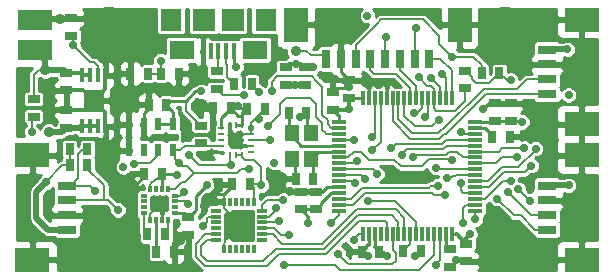
<source format=gtl>
G04 (created by PCBNEW (2013-mar-13)-testing) date Mon 17 Mar 2014 09:42:44 PM CET*
%MOIN*%
G04 Gerber Fmt 3.4, Leading zero omitted, Abs format*
%FSLAX34Y34*%
G01*
G70*
G90*
G04 APERTURE LIST*
%ADD10C,0.005906*%
%ADD11R,0.045276X0.055118*%
%ADD12R,0.066142X0.074016*%
%ADD13R,0.016535X0.047244*%
%ADD14R,0.023622X0.043307*%
%ADD15R,0.074803X0.074803*%
%ADD16R,0.070866X0.074803*%
%ADD17R,0.082677X0.062992*%
%ADD18R,0.015748X0.053150*%
%ADD19R,0.047244X0.011811*%
%ADD20R,0.011811X0.047244*%
%ADD21R,0.021654X0.011811*%
%ADD22R,0.011811X0.021654*%
%ADD23R,0.009843X0.019685*%
%ADD24R,0.019685X0.009843*%
%ADD25C,0.175197*%
%ADD26R,0.039370X0.025591*%
%ADD27R,0.025591X0.039370*%
%ADD28R,0.033465X0.013780*%
%ADD29R,0.013780X0.031496*%
%ADD30R,0.062992X0.031496*%
%ADD31R,0.118110X0.082677*%
%ADD32R,0.031496X0.062992*%
%ADD33R,0.082677X0.118110*%
%ADD34R,0.118110X0.070866*%
%ADD35C,0.027795*%
%ADD36C,0.035433*%
%ADD37C,0.008000*%
%ADD38C,0.010000*%
%ADD39C,0.012000*%
%ADD40C,0.020000*%
%ADD41C,0.014000*%
%ADD42C,0.006000*%
G04 APERTURE END LIST*
G54D10*
G54D11*
X22559Y-14527D03*
X22559Y-15393D03*
X21929Y-15393D03*
X21929Y-14527D03*
G54D12*
X15334Y-13466D03*
G54D13*
X14950Y-12611D03*
X15206Y-12611D03*
X15462Y-12611D03*
X15718Y-12611D03*
X15718Y-14320D03*
X15462Y-14320D03*
X15206Y-14320D03*
X14950Y-14320D03*
G54D14*
X16993Y-14246D03*
X16501Y-14246D03*
X17486Y-14246D03*
X17978Y-14246D03*
X17978Y-15113D03*
X17486Y-15113D03*
X16501Y-15113D03*
X16993Y-15113D03*
G54D15*
X19015Y-10757D03*
X19960Y-10757D03*
G54D16*
X17913Y-10757D03*
X21062Y-10757D03*
G54D17*
X20708Y-11761D03*
X18267Y-11761D03*
G54D18*
X20000Y-11811D03*
X19744Y-11811D03*
X18976Y-11811D03*
X19232Y-11811D03*
X19488Y-11811D03*
G54D19*
X23523Y-14173D03*
X23523Y-14370D03*
X23523Y-14566D03*
X23523Y-14763D03*
X23523Y-14960D03*
X23523Y-15157D03*
X23523Y-15354D03*
X23523Y-15551D03*
X23523Y-15748D03*
X23523Y-15944D03*
X23523Y-16141D03*
X23523Y-16338D03*
X23523Y-16535D03*
X23523Y-16732D03*
X23523Y-16929D03*
X23523Y-17125D03*
G54D20*
X24311Y-17913D03*
X24507Y-17913D03*
X24704Y-17913D03*
X24901Y-17913D03*
X25098Y-17913D03*
X25295Y-17913D03*
X25492Y-17913D03*
X25688Y-17913D03*
X25885Y-17913D03*
X26082Y-17913D03*
X26279Y-17913D03*
X26476Y-17913D03*
X26673Y-17913D03*
X26870Y-17913D03*
X27066Y-17913D03*
X27263Y-17913D03*
G54D19*
X28051Y-17125D03*
X28051Y-16929D03*
X28051Y-16732D03*
X28051Y-16535D03*
X28051Y-16338D03*
X28051Y-16141D03*
X28051Y-15944D03*
X28051Y-15748D03*
X28051Y-15551D03*
X28051Y-15354D03*
X28051Y-15157D03*
X28051Y-14960D03*
X28051Y-14763D03*
X28051Y-14566D03*
X28051Y-14370D03*
X28051Y-14173D03*
G54D20*
X27263Y-13385D03*
X27066Y-13385D03*
X26870Y-13385D03*
X26673Y-13385D03*
X26476Y-13385D03*
X26279Y-13385D03*
X26082Y-13385D03*
X25885Y-13385D03*
X25688Y-13385D03*
X25492Y-13385D03*
X25295Y-13385D03*
X25098Y-13385D03*
X24901Y-13385D03*
X24704Y-13385D03*
X24507Y-13385D03*
X24311Y-13385D03*
G54D21*
X18041Y-17018D03*
X18041Y-17215D03*
X18041Y-16821D03*
X18041Y-16624D03*
X16998Y-16624D03*
X16998Y-16821D03*
X16998Y-17215D03*
X16998Y-17018D03*
G54D22*
X17815Y-17441D03*
X17618Y-17441D03*
X17224Y-17441D03*
X17421Y-17441D03*
X17421Y-16398D03*
X17224Y-16398D03*
X17618Y-16398D03*
X17815Y-16398D03*
G54D23*
X19881Y-14271D03*
X20078Y-14271D03*
X20275Y-14271D03*
X20275Y-15255D03*
X20078Y-15255D03*
X19881Y-15255D03*
G54D24*
X20570Y-14370D03*
X20570Y-14566D03*
X20570Y-14763D03*
X20570Y-15157D03*
X20570Y-14960D03*
X19586Y-14960D03*
X19586Y-15157D03*
X19586Y-14763D03*
X19586Y-14566D03*
X19586Y-14370D03*
G54D25*
X29035Y-11220D03*
X29035Y-18307D03*
X15846Y-18307D03*
X15846Y-11220D03*
G54D26*
X27755Y-18818D03*
X27755Y-18228D03*
X27204Y-18996D03*
X27204Y-18405D03*
G54D27*
X29212Y-14665D03*
X28622Y-14665D03*
G54D26*
X22736Y-16496D03*
X22736Y-17086D03*
X28700Y-13543D03*
X28700Y-14133D03*
G54D27*
X24264Y-18500D03*
X24855Y-18500D03*
G54D26*
X23307Y-13169D03*
X23307Y-13759D03*
X23858Y-12775D03*
X23858Y-13366D03*
G54D27*
X28858Y-12539D03*
X28267Y-12539D03*
X15118Y-15610D03*
X14527Y-15610D03*
X15118Y-15078D03*
X14527Y-15078D03*
G54D26*
X22362Y-12933D03*
X22362Y-12342D03*
X22244Y-16496D03*
X22244Y-17086D03*
X21732Y-12933D03*
X21732Y-12342D03*
X29232Y-13543D03*
X29232Y-14133D03*
G54D27*
X19304Y-13720D03*
X19895Y-13720D03*
X21043Y-13740D03*
X20452Y-13740D03*
X18011Y-18503D03*
X17421Y-18503D03*
X17716Y-17913D03*
X17125Y-17913D03*
X17024Y-15900D03*
X17615Y-15900D03*
G54D26*
X18484Y-17933D03*
X18484Y-17342D03*
G54D27*
X19940Y-16240D03*
X20531Y-16240D03*
G54D26*
X18897Y-14881D03*
X18897Y-14291D03*
G54D27*
X17164Y-13600D03*
X17755Y-13600D03*
G54D26*
X14586Y-10708D03*
X14586Y-11299D03*
X27696Y-12460D03*
X27696Y-13051D03*
G54D27*
X20610Y-12893D03*
X20019Y-12893D03*
G54D26*
X19429Y-12480D03*
X19429Y-13070D03*
G54D27*
X25649Y-18484D03*
X26240Y-18484D03*
X18169Y-12559D03*
X17578Y-12559D03*
X16555Y-12559D03*
X17145Y-12559D03*
G54D26*
X13326Y-13405D03*
X13326Y-13996D03*
X14419Y-13120D03*
X14419Y-12529D03*
X14419Y-13769D03*
X14419Y-14360D03*
G54D27*
X22066Y-16062D03*
X22657Y-16062D03*
X22421Y-13858D03*
X21830Y-13858D03*
G54D28*
X19399Y-18110D03*
X19399Y-17913D03*
X19399Y-17716D03*
X19399Y-17519D03*
X19399Y-17322D03*
X19399Y-17125D03*
X20954Y-17125D03*
X20954Y-17322D03*
X20954Y-17519D03*
X20954Y-17716D03*
X20954Y-17913D03*
X20954Y-18110D03*
G54D29*
X20078Y-16830D03*
X20275Y-16830D03*
X19881Y-16830D03*
X19685Y-16830D03*
X20472Y-16830D03*
X20669Y-16830D03*
X20669Y-18405D03*
X20472Y-18405D03*
X19685Y-18405D03*
X19881Y-18405D03*
X20275Y-18405D03*
X20078Y-18405D03*
G54D30*
X14429Y-17765D03*
X14429Y-17273D03*
X14429Y-16781D03*
X14429Y-16289D03*
G54D31*
X13287Y-15285D03*
X13287Y-18769D03*
G54D30*
X30452Y-11761D03*
X30452Y-12253D03*
X30452Y-12746D03*
X30452Y-13238D03*
G54D31*
X31594Y-14242D03*
X31594Y-10757D03*
G54D30*
X30452Y-16289D03*
X30452Y-16781D03*
X30452Y-17273D03*
X30452Y-17765D03*
G54D31*
X31594Y-18769D03*
X31594Y-15285D03*
G54D32*
X26525Y-12066D03*
X23080Y-12066D03*
X26033Y-12066D03*
X23572Y-12066D03*
X24064Y-12066D03*
X24557Y-12066D03*
X25049Y-12066D03*
X25541Y-12066D03*
G54D33*
X27529Y-10925D03*
X22076Y-10925D03*
G54D34*
X13385Y-11779D03*
X13385Y-10779D03*
G54D35*
X28051Y-17421D03*
X27637Y-17539D03*
X21141Y-14311D03*
X29685Y-15039D03*
X29429Y-15334D03*
X16141Y-17106D03*
X21673Y-18937D03*
X26732Y-18937D03*
X15374Y-16456D03*
X14645Y-11614D03*
X24448Y-10629D03*
X26830Y-14094D03*
X26377Y-14015D03*
X26023Y-13877D03*
X27106Y-16023D03*
X26732Y-15688D03*
X26574Y-12696D03*
X26161Y-12677D03*
X24780Y-15900D03*
X27559Y-16220D03*
X21259Y-13149D03*
X29232Y-16141D03*
X27283Y-12007D03*
X27283Y-15452D03*
X25078Y-11338D03*
X26929Y-12559D03*
X26062Y-11043D03*
X27559Y-14488D03*
X24015Y-14763D03*
X21220Y-14780D03*
X18464Y-16909D03*
X24488Y-16811D03*
X18188Y-15551D03*
X24606Y-15118D03*
X20511Y-15728D03*
X16685Y-15559D03*
X18346Y-16496D03*
X18503Y-15255D03*
X19901Y-15610D03*
X24606Y-14685D03*
X24035Y-16220D03*
X21397Y-17047D03*
X24389Y-16082D03*
X21653Y-16771D03*
X21850Y-17933D03*
X23484Y-18562D03*
X18110Y-15944D03*
X18917Y-13149D03*
X19094Y-16279D03*
X20925Y-16279D03*
X20157Y-13622D03*
X27027Y-16614D03*
X28779Y-16732D03*
X26811Y-16299D03*
X29133Y-16496D03*
X23996Y-18090D03*
X23248Y-17539D03*
X29488Y-16417D03*
X29881Y-16791D03*
X30059Y-15059D03*
X29921Y-15629D03*
X25610Y-15255D03*
X20826Y-13169D03*
X20334Y-13287D03*
X25255Y-15039D03*
G54D36*
X13838Y-14507D03*
G54D35*
X31122Y-11751D03*
X31161Y-13267D03*
X31161Y-16279D03*
X13740Y-16181D03*
X13267Y-14507D03*
X17559Y-12125D03*
X21358Y-15531D03*
X24114Y-15472D03*
G54D36*
X13720Y-12440D03*
G54D35*
X25984Y-15354D03*
X20078Y-12342D03*
X15586Y-14826D03*
X18897Y-12716D03*
X19023Y-16960D03*
G54D36*
X13740Y-12933D03*
X14212Y-10748D03*
G54D35*
X17362Y-17007D03*
X22204Y-13996D03*
X20826Y-14074D03*
X19015Y-15275D03*
X21870Y-16456D03*
G54D36*
X18956Y-13582D03*
G54D35*
X16692Y-16240D03*
X20275Y-17519D03*
X18228Y-18149D03*
X26259Y-16003D03*
X27401Y-18779D03*
X21555Y-11811D03*
X24488Y-18641D03*
X22027Y-12933D03*
X28307Y-13740D03*
X29606Y-14665D03*
X21692Y-16062D03*
X23858Y-12992D03*
X31102Y-12500D03*
X31102Y-17027D03*
X13779Y-17027D03*
X26043Y-18641D03*
X22637Y-12342D03*
X22086Y-12224D03*
X18976Y-17637D03*
X21496Y-17460D03*
X16318Y-15669D03*
X29606Y-14173D03*
G54D36*
X22066Y-11791D03*
G54D35*
X29232Y-12775D03*
X23858Y-13740D03*
X22480Y-17539D03*
X27874Y-17913D03*
X25118Y-18641D03*
G54D37*
X25885Y-17913D02*
X25885Y-18248D01*
X25885Y-18248D02*
X25649Y-18484D01*
X28051Y-17125D02*
X28051Y-17421D01*
X27736Y-16929D02*
X27637Y-17027D01*
X27637Y-17027D02*
X27637Y-17539D01*
X28051Y-16929D02*
X27736Y-16929D01*
X23523Y-14566D02*
X23090Y-14566D01*
X22952Y-14429D02*
X23070Y-14547D01*
X22952Y-14212D02*
X22952Y-14429D01*
X22736Y-13996D02*
X22952Y-14212D01*
X22736Y-13562D02*
X22736Y-13996D01*
X22539Y-13366D02*
X22736Y-13562D01*
X21732Y-13366D02*
X22539Y-13366D01*
X21535Y-13562D02*
X21732Y-13366D01*
X21535Y-13917D02*
X21535Y-13562D01*
X21141Y-14311D02*
X21535Y-13917D01*
X23090Y-14566D02*
X23070Y-14547D01*
X28838Y-15157D02*
X28956Y-15039D01*
X28956Y-15039D02*
X29685Y-15039D01*
X28051Y-15157D02*
X28838Y-15157D01*
X28051Y-15551D02*
X28740Y-15551D01*
X28956Y-15334D02*
X29429Y-15334D01*
X28740Y-15551D02*
X28956Y-15334D01*
X21673Y-18937D02*
X23385Y-18937D01*
X23385Y-18937D02*
X23543Y-19094D01*
X26082Y-19094D02*
X26181Y-19094D01*
X26082Y-19094D02*
X23543Y-19094D01*
X26673Y-17913D02*
X26673Y-18523D01*
X26181Y-19094D02*
X26673Y-18602D01*
X26673Y-18602D02*
X26673Y-18523D01*
X15669Y-16279D02*
X15669Y-16781D01*
X15118Y-15728D02*
X15669Y-16279D01*
X15118Y-15610D02*
X15118Y-15728D01*
X15669Y-16781D02*
X15708Y-16781D01*
X15816Y-16781D02*
X15669Y-16781D01*
X15708Y-16781D02*
X14429Y-16781D01*
X16141Y-17106D02*
X15816Y-16781D01*
X15118Y-15078D02*
X14980Y-15078D01*
X14576Y-16289D02*
X14429Y-16289D01*
X14822Y-16043D02*
X14576Y-16289D01*
X14822Y-15236D02*
X14822Y-16043D01*
X14980Y-15078D02*
X14822Y-15236D01*
X26870Y-18759D02*
X26732Y-18937D01*
X26870Y-17913D02*
X26870Y-18759D01*
X15206Y-16289D02*
X14429Y-16289D01*
X15374Y-16456D02*
X15206Y-16289D01*
X14645Y-11614D02*
X15216Y-12185D01*
X15216Y-12185D02*
X15354Y-12185D01*
X15354Y-12185D02*
X15462Y-12293D01*
X15462Y-12293D02*
X15462Y-12611D01*
X14645Y-11614D02*
X14645Y-11358D01*
X14645Y-11358D02*
X14586Y-11299D01*
X14665Y-11633D02*
X14645Y-11614D01*
X25688Y-13385D02*
X25688Y-13956D01*
X26614Y-14311D02*
X26830Y-14094D01*
X26043Y-14311D02*
X26614Y-14311D01*
X25688Y-13956D02*
X26043Y-14311D01*
X26476Y-13385D02*
X26476Y-13917D01*
X26476Y-13917D02*
X26377Y-14015D01*
X26279Y-13385D02*
X26279Y-13720D01*
X26122Y-13877D02*
X26023Y-13877D01*
X26279Y-13720D02*
X26122Y-13877D01*
X27106Y-16023D02*
X27460Y-15944D01*
X28051Y-15944D02*
X27460Y-15944D01*
X26791Y-15748D02*
X28051Y-15748D01*
X26732Y-15688D02*
X26791Y-15748D01*
X26870Y-13385D02*
X26870Y-12992D01*
X26870Y-12992D02*
X26574Y-12696D01*
X26751Y-13799D02*
X27362Y-13799D01*
X27362Y-13799D02*
X27401Y-13759D01*
X26673Y-13385D02*
X26673Y-13720D01*
X26673Y-13720D02*
X26751Y-13799D01*
X26673Y-13385D02*
X26673Y-13070D01*
X26456Y-12972D02*
X26161Y-12677D01*
X26574Y-12972D02*
X26456Y-12972D01*
X26673Y-13070D02*
X26574Y-12972D01*
X27637Y-13523D02*
X27696Y-13464D01*
X27696Y-13464D02*
X27696Y-13051D01*
X27401Y-13759D02*
X27637Y-13523D01*
X23851Y-15748D02*
X24628Y-15748D01*
X24628Y-15748D02*
X24780Y-15900D01*
X23851Y-15748D02*
X23523Y-15748D01*
X27559Y-16220D02*
X27559Y-16437D01*
X27657Y-16535D02*
X28051Y-16535D01*
X27559Y-16437D02*
X27657Y-16535D01*
X21259Y-12834D02*
X21259Y-13149D01*
X21456Y-12637D02*
X21259Y-12834D01*
X22598Y-12637D02*
X21456Y-12637D01*
X22755Y-12795D02*
X22598Y-12637D01*
X23248Y-14370D02*
X23129Y-14251D01*
X23129Y-14251D02*
X23129Y-14114D01*
X23129Y-14114D02*
X22952Y-13937D01*
X22952Y-13937D02*
X22952Y-12992D01*
X22952Y-12992D02*
X22755Y-12795D01*
X23523Y-14370D02*
X23248Y-14370D01*
X28385Y-16732D02*
X28976Y-16141D01*
X28976Y-16141D02*
X29232Y-16141D01*
X28051Y-16732D02*
X28385Y-16732D01*
X24744Y-15433D02*
X25354Y-15433D01*
X25354Y-15433D02*
X25570Y-15649D01*
X24773Y-10895D02*
X24921Y-10748D01*
X26850Y-11299D02*
X26850Y-11574D01*
X26299Y-10748D02*
X26850Y-11299D01*
X24921Y-10748D02*
X26299Y-10748D01*
X23523Y-15354D02*
X23818Y-15354D01*
X24232Y-15157D02*
X24507Y-15433D01*
X24015Y-15157D02*
X24232Y-15157D01*
X23818Y-15354D02*
X24015Y-15157D01*
X25570Y-15649D02*
X25590Y-15649D01*
X24507Y-15433D02*
X24744Y-15433D01*
X28267Y-12539D02*
X28267Y-12283D01*
X27992Y-12007D02*
X27283Y-12007D01*
X28267Y-12283D02*
X27992Y-12007D01*
X24606Y-11062D02*
X24773Y-10895D01*
X26850Y-11574D02*
X27283Y-12007D01*
X24064Y-11604D02*
X24606Y-11062D01*
X24064Y-12066D02*
X24064Y-11604D01*
X25590Y-15649D02*
X26279Y-15649D01*
X26279Y-15649D02*
X26513Y-15415D01*
X27246Y-15415D02*
X26513Y-15415D01*
X27283Y-15452D02*
X27246Y-15415D01*
X27263Y-13385D02*
X27263Y-12440D01*
X26889Y-12066D02*
X26525Y-12066D01*
X27263Y-12440D02*
X26889Y-12066D01*
X25049Y-12066D02*
X25049Y-11368D01*
X25049Y-11368D02*
X25078Y-11338D01*
X27066Y-13385D02*
X27066Y-12696D01*
X27066Y-12696D02*
X26929Y-12559D01*
X26082Y-13385D02*
X26082Y-12972D01*
X26082Y-12972D02*
X25541Y-12431D01*
X25541Y-12431D02*
X25541Y-12066D01*
X26033Y-12066D02*
X26033Y-11072D01*
X26033Y-11072D02*
X26062Y-11043D01*
X27637Y-14566D02*
X27559Y-14488D01*
X28051Y-14566D02*
X27637Y-14566D01*
X25885Y-13385D02*
X25885Y-13051D01*
X25885Y-13051D02*
X25393Y-12559D01*
X25393Y-12559D02*
X24685Y-12559D01*
X24685Y-12559D02*
X24557Y-12431D01*
X24557Y-12431D02*
X24557Y-12066D01*
X23523Y-14763D02*
X24015Y-14763D01*
X20570Y-14763D02*
X21203Y-14763D01*
X21203Y-14763D02*
X21220Y-14780D01*
X18041Y-16821D02*
X18376Y-16821D01*
X18376Y-16821D02*
X18464Y-16909D01*
X26082Y-17913D02*
X26082Y-17519D01*
X25374Y-16811D02*
X24803Y-16811D01*
X26082Y-17519D02*
X25374Y-16811D01*
X24488Y-16811D02*
X24803Y-16811D01*
X17978Y-15113D02*
X18031Y-15166D01*
X18031Y-15166D02*
X18031Y-15393D01*
X18031Y-15393D02*
X18188Y-15551D01*
X18444Y-15649D02*
X18287Y-15649D01*
X18287Y-15649D02*
X18188Y-15551D01*
X17815Y-16398D02*
X18050Y-16398D01*
X18050Y-16398D02*
X18267Y-16181D01*
X18700Y-15885D02*
X18681Y-15885D01*
X18681Y-15885D02*
X18385Y-16181D01*
X18385Y-16181D02*
X18267Y-16181D01*
X18444Y-15649D02*
X18474Y-15679D01*
X19606Y-15885D02*
X18700Y-15885D01*
X24901Y-14822D02*
X24901Y-13385D01*
X24901Y-14822D02*
X24606Y-15118D01*
X18474Y-15679D02*
X18681Y-15885D01*
X20098Y-15885D02*
X19606Y-15885D01*
X20511Y-15728D02*
X20255Y-15728D01*
X20255Y-15728D02*
X20098Y-15885D01*
X18366Y-14960D02*
X18818Y-14960D01*
X18818Y-14960D02*
X18897Y-14881D01*
X17978Y-15113D02*
X18213Y-15113D01*
X18213Y-15113D02*
X18248Y-15078D01*
X18248Y-15078D02*
X18366Y-14960D01*
X18897Y-14881D02*
X18976Y-14960D01*
X18976Y-14960D02*
X19586Y-14960D01*
X17978Y-15182D02*
X17978Y-15113D01*
X17978Y-15113D02*
X17978Y-15182D01*
X16704Y-15539D02*
X16685Y-15559D01*
X17204Y-15539D02*
X16704Y-15539D01*
X17486Y-15258D02*
X17204Y-15539D01*
X17486Y-15113D02*
X17486Y-15258D01*
X18217Y-16624D02*
X18041Y-16624D01*
X18346Y-16496D02*
X18217Y-16624D01*
X18503Y-15255D02*
X18858Y-15610D01*
X18858Y-15610D02*
X18917Y-15610D01*
X18917Y-15610D02*
X19488Y-15610D01*
X19901Y-15610D02*
X19488Y-15610D01*
X19881Y-15255D02*
X19881Y-15590D01*
X19881Y-15590D02*
X19901Y-15610D01*
X24704Y-14586D02*
X24606Y-14685D01*
X24704Y-13385D02*
X24704Y-14586D01*
X23188Y-17992D02*
X22952Y-18228D01*
X22952Y-18228D02*
X21614Y-18228D01*
X25688Y-17913D02*
X25688Y-17381D01*
X25688Y-17381D02*
X25393Y-17086D01*
X25393Y-17086D02*
X24094Y-17086D01*
X24094Y-17086D02*
X23188Y-17992D01*
X21614Y-18228D02*
X21299Y-17913D01*
X21299Y-17913D02*
X20954Y-17913D01*
X23523Y-16141D02*
X23956Y-16141D01*
X23956Y-16141D02*
X24035Y-16220D01*
X20954Y-17322D02*
X21181Y-17322D01*
X21397Y-17106D02*
X21397Y-17047D01*
X21181Y-17322D02*
X21397Y-17106D01*
X23523Y-15944D02*
X24251Y-15944D01*
X24251Y-15944D02*
X24389Y-16082D01*
X20954Y-17125D02*
X20954Y-16938D01*
X20954Y-16938D02*
X21122Y-16771D01*
X21122Y-16771D02*
X21653Y-16771D01*
X20954Y-17716D02*
X21358Y-17716D01*
X21574Y-17933D02*
X21850Y-17933D01*
X21358Y-17716D02*
X21574Y-17933D01*
X21712Y-17933D02*
X21850Y-17933D01*
X25295Y-18267D02*
X25295Y-18425D01*
X25295Y-17913D02*
X25295Y-18267D01*
X25275Y-18917D02*
X25137Y-18917D01*
X25393Y-18799D02*
X25275Y-18917D01*
X25393Y-18523D02*
X25393Y-18799D01*
X25295Y-18425D02*
X25393Y-18523D01*
X23779Y-18858D02*
X23484Y-18562D01*
X23838Y-18917D02*
X23779Y-18858D01*
X25137Y-18917D02*
X23838Y-18917D01*
X25196Y-18917D02*
X25137Y-18917D01*
X19133Y-18110D02*
X19094Y-18110D01*
X19094Y-18110D02*
X18900Y-18304D01*
X23366Y-18051D02*
X23011Y-18405D01*
X18900Y-18595D02*
X18900Y-18304D01*
X19121Y-18816D02*
X18900Y-18595D01*
X20986Y-18816D02*
X19121Y-18816D01*
X23011Y-18405D02*
X21397Y-18405D01*
X21397Y-18405D02*
X20986Y-18816D01*
X25492Y-17913D02*
X25492Y-17500D01*
X25492Y-17500D02*
X25275Y-17283D01*
X25275Y-17283D02*
X24133Y-17283D01*
X24133Y-17283D02*
X23366Y-18051D01*
X19133Y-18110D02*
X19399Y-18110D01*
X19094Y-17913D02*
X19055Y-17913D01*
X19055Y-17913D02*
X18740Y-18228D01*
X23543Y-18110D02*
X23075Y-18577D01*
X18740Y-18661D02*
X18740Y-18228D01*
X19055Y-18976D02*
X18740Y-18661D01*
X21102Y-18976D02*
X19055Y-18976D01*
X23075Y-18577D02*
X21501Y-18577D01*
X21501Y-18577D02*
X21102Y-18976D01*
X25098Y-17913D02*
X25098Y-17539D01*
X25098Y-17539D02*
X25039Y-17480D01*
X25039Y-17480D02*
X24173Y-17480D01*
X24173Y-17480D02*
X23543Y-18110D01*
X19094Y-17913D02*
X19399Y-17913D01*
G54D38*
X17615Y-15900D02*
X18065Y-15900D01*
X18065Y-15900D02*
X18110Y-15944D01*
X18484Y-17342D02*
X18519Y-17342D01*
X18748Y-16625D02*
X19094Y-16279D01*
X18748Y-17114D02*
X18748Y-16625D01*
X18519Y-17342D02*
X18748Y-17114D01*
G54D37*
X18405Y-13464D02*
X18405Y-13799D01*
X18405Y-13799D02*
X18897Y-14291D01*
G54D38*
X18917Y-13149D02*
X18720Y-13149D01*
X17890Y-13464D02*
X17755Y-13600D01*
X18405Y-13464D02*
X17890Y-13464D01*
X18720Y-13149D02*
X18405Y-13464D01*
G54D37*
X17224Y-16398D02*
X17224Y-16239D01*
X17452Y-16062D02*
X17615Y-15900D01*
X17401Y-16062D02*
X17452Y-16062D01*
X17224Y-16239D02*
X17401Y-16062D01*
G54D38*
X18041Y-17215D02*
X18357Y-17215D01*
X18357Y-17215D02*
X18484Y-17342D01*
G54D37*
X20275Y-15255D02*
X20275Y-15334D01*
X20885Y-16240D02*
X20925Y-16279D01*
X20885Y-16240D02*
X20531Y-16240D01*
X20925Y-15669D02*
X20925Y-16279D01*
X20688Y-15433D02*
X20925Y-15669D01*
X20374Y-15433D02*
X20688Y-15433D01*
X20275Y-15334D02*
X20374Y-15433D01*
X20364Y-13740D02*
X20275Y-13740D01*
X20275Y-13740D02*
X20157Y-13622D01*
X20078Y-15255D02*
X20275Y-15255D01*
X20669Y-16830D02*
X20669Y-16377D01*
X20669Y-16377D02*
X20531Y-16240D01*
G54D38*
X17618Y-16398D02*
X17618Y-15903D01*
X17618Y-15903D02*
X17615Y-15900D01*
X17486Y-14246D02*
X17978Y-14246D01*
X17978Y-14246D02*
X17978Y-13822D01*
X17978Y-13822D02*
X17755Y-13600D01*
X19895Y-13720D02*
X20344Y-13720D01*
X20344Y-13720D02*
X20364Y-13740D01*
X19586Y-14370D02*
X19586Y-14028D01*
X19586Y-14028D02*
X19895Y-13720D01*
X20275Y-13976D02*
X20151Y-13976D01*
X20151Y-13976D02*
X19895Y-13720D01*
X20275Y-14271D02*
X20078Y-14271D01*
X20275Y-14271D02*
X20275Y-13976D01*
X20275Y-13976D02*
X20275Y-13829D01*
X20275Y-13829D02*
X20364Y-13740D01*
G54D37*
X25295Y-14133D02*
X25295Y-14153D01*
X25295Y-14153D02*
X25866Y-14724D01*
X25295Y-14055D02*
X25295Y-14133D01*
X25866Y-14724D02*
X25905Y-14724D01*
X27071Y-14581D02*
X26993Y-14581D01*
X25905Y-14724D02*
X26850Y-14724D01*
X28415Y-13238D02*
X27071Y-14581D01*
X28415Y-13238D02*
X28562Y-13238D01*
X26993Y-14581D02*
X26850Y-14724D01*
X28523Y-13238D02*
X28562Y-13238D01*
X28523Y-13238D02*
X30452Y-13238D01*
X25295Y-13385D02*
X25295Y-14055D01*
X25492Y-14035D02*
X25492Y-14074D01*
X25492Y-14074D02*
X25944Y-14527D01*
X25492Y-14015D02*
X25492Y-14035D01*
X28543Y-13070D02*
X28326Y-13070D01*
X26653Y-14527D02*
X25944Y-14527D01*
X29448Y-13070D02*
X28543Y-13070D01*
X29773Y-12746D02*
X30452Y-12746D01*
X29448Y-13070D02*
X29773Y-12746D01*
X26929Y-14409D02*
X26811Y-14527D01*
X26811Y-14527D02*
X26653Y-14527D01*
X28326Y-13070D02*
X26988Y-14409D01*
X26988Y-14409D02*
X26929Y-14409D01*
X25492Y-14015D02*
X25492Y-13385D01*
X28779Y-16732D02*
X29330Y-17283D01*
X29330Y-17283D02*
X29566Y-17283D01*
X24586Y-16525D02*
X26604Y-16525D01*
X26604Y-16525D02*
X26692Y-16614D01*
X30049Y-17765D02*
X30452Y-17765D01*
X30049Y-17765D02*
X29566Y-17283D01*
X24379Y-16525D02*
X24586Y-16525D01*
X23976Y-16929D02*
X24379Y-16525D01*
X23523Y-16929D02*
X23976Y-16929D01*
X26692Y-16614D02*
X27027Y-16614D01*
X24783Y-16358D02*
X26496Y-16358D01*
X26555Y-16299D02*
X26811Y-16299D01*
X26496Y-16358D02*
X26555Y-16299D01*
X24783Y-16358D02*
X24547Y-16358D01*
X29911Y-17273D02*
X29133Y-16496D01*
X30452Y-17273D02*
X29911Y-17273D01*
X24547Y-16358D02*
X24291Y-16358D01*
X24291Y-16358D02*
X23917Y-16732D01*
X23523Y-16732D02*
X23917Y-16732D01*
X24311Y-17913D02*
X24173Y-17913D01*
X23996Y-18090D02*
X24173Y-17913D01*
X29488Y-16417D02*
X29862Y-16791D01*
X23523Y-17263D02*
X23248Y-17539D01*
X23523Y-17125D02*
X23523Y-17263D01*
X29862Y-16791D02*
X29881Y-16791D01*
X28464Y-16141D02*
X28051Y-16141D01*
X28464Y-16141D02*
X28937Y-15669D01*
X29488Y-15669D02*
X29173Y-15669D01*
X29173Y-15669D02*
X29094Y-15669D01*
X28937Y-15669D02*
X29094Y-15669D01*
X30059Y-15098D02*
X29488Y-15669D01*
X30059Y-15059D02*
X30059Y-15098D01*
X28051Y-16338D02*
X28523Y-16338D01*
X29704Y-15846D02*
X29921Y-15629D01*
X29015Y-15846D02*
X29704Y-15846D01*
X28523Y-16338D02*
X29015Y-15846D01*
X27106Y-14960D02*
X26988Y-15078D01*
X26988Y-15078D02*
X25787Y-15078D01*
X25787Y-15078D02*
X25610Y-15255D01*
X28051Y-14960D02*
X27106Y-14960D01*
X20610Y-12952D02*
X20610Y-12893D01*
X20826Y-13169D02*
X20610Y-12952D01*
X20334Y-13287D02*
X19645Y-13287D01*
X27066Y-14763D02*
X26929Y-14901D01*
X26929Y-14901D02*
X25393Y-14901D01*
X25393Y-14901D02*
X25255Y-15039D01*
X28051Y-14763D02*
X27066Y-14763D01*
X19645Y-13287D02*
X19429Y-13070D01*
G54D39*
X15206Y-14320D02*
X15462Y-14320D01*
X14950Y-14320D02*
X15206Y-14320D01*
G54D40*
X14271Y-14507D02*
X13838Y-14507D01*
X14271Y-14507D02*
X14419Y-14360D01*
X14950Y-14320D02*
X14911Y-14360D01*
X14911Y-14360D02*
X14419Y-14360D01*
X14429Y-17765D02*
X13809Y-17765D01*
X13425Y-16496D02*
X13740Y-16181D01*
X13425Y-17381D02*
X13425Y-16496D01*
X13809Y-17765D02*
X13425Y-17381D01*
X31122Y-11751D02*
X30462Y-11751D01*
X30462Y-11751D02*
X30452Y-11761D01*
X31161Y-16279D02*
X30462Y-16279D01*
X30462Y-16279D02*
X30452Y-16289D01*
G54D41*
X13740Y-16181D02*
X13730Y-16171D01*
G54D37*
X14547Y-15039D02*
X14547Y-15610D01*
X14547Y-15610D02*
X14291Y-15610D01*
X14291Y-15610D02*
X13730Y-16171D01*
X17145Y-12559D02*
X17578Y-12559D01*
X17559Y-12125D02*
X17559Y-12539D01*
X17559Y-12539D02*
X17578Y-12559D01*
X13267Y-14507D02*
X13267Y-14055D01*
X13267Y-14055D02*
X13326Y-13996D01*
X24035Y-15551D02*
X24114Y-15472D01*
X23523Y-15551D02*
X24035Y-15551D01*
X13326Y-13405D02*
X13326Y-12618D01*
X13503Y-12440D02*
X13720Y-12440D01*
X13326Y-12618D02*
X13503Y-12440D01*
G54D40*
X13720Y-12440D02*
X14330Y-12440D01*
X14330Y-12440D02*
X14419Y-12529D01*
X13720Y-12440D02*
X13720Y-12114D01*
X13720Y-12114D02*
X13385Y-11779D01*
G54D41*
X14950Y-12611D02*
X15206Y-12611D01*
X14419Y-12529D02*
X14868Y-12529D01*
X14868Y-12529D02*
X14950Y-12611D01*
G54D38*
X20000Y-11811D02*
X20000Y-12263D01*
X20000Y-12263D02*
X20078Y-12342D01*
G54D37*
X28051Y-15354D02*
X27637Y-15354D01*
X27066Y-15255D02*
X26082Y-15255D01*
X27165Y-15157D02*
X27066Y-15255D01*
X27440Y-15157D02*
X27165Y-15157D01*
X27637Y-15354D02*
X27440Y-15157D01*
X26082Y-15255D02*
X25984Y-15354D01*
X26082Y-15255D02*
X25984Y-15354D01*
G54D38*
X15718Y-14694D02*
X15586Y-14826D01*
X15718Y-14320D02*
X15718Y-14694D01*
X23858Y-12992D02*
X23799Y-13051D01*
X23425Y-13051D02*
X23307Y-13169D01*
X23503Y-13051D02*
X23425Y-13051D01*
X23799Y-13051D02*
X23503Y-13051D01*
X23858Y-12775D02*
X23720Y-12913D01*
X23720Y-12913D02*
X23720Y-12992D01*
X23720Y-12992D02*
X23858Y-12992D01*
X19940Y-16240D02*
X19940Y-16307D01*
X19940Y-16307D02*
X19681Y-16566D01*
X17024Y-15900D02*
X17024Y-15987D01*
X16771Y-16240D02*
X16692Y-16240D01*
X17024Y-15987D02*
X16771Y-16240D01*
X17164Y-13600D02*
X17164Y-13701D01*
X17164Y-13701D02*
X16993Y-13872D01*
G54D37*
X18169Y-12559D02*
X18740Y-12559D01*
X18740Y-12559D02*
X18897Y-12716D01*
G54D38*
X19255Y-16566D02*
X19681Y-16566D01*
X19681Y-16566D02*
X19685Y-16566D01*
X19023Y-16799D02*
X19255Y-16566D01*
X19023Y-16960D02*
X19023Y-16799D01*
G54D40*
X14547Y-10748D02*
X14212Y-10748D01*
X13417Y-10748D02*
X14212Y-10748D01*
X13417Y-10748D02*
X13385Y-10779D01*
X14547Y-10748D02*
X14586Y-10708D01*
G54D37*
X14547Y-10748D02*
X14586Y-10708D01*
X17362Y-17145D02*
X17362Y-17007D01*
X22342Y-13858D02*
X22204Y-13996D01*
X22342Y-13858D02*
X22421Y-13858D01*
G54D38*
X20748Y-14035D02*
X20787Y-14035D01*
X20787Y-14035D02*
X20826Y-14074D01*
G54D37*
X19586Y-15157D02*
X19133Y-15157D01*
X19133Y-15157D02*
X19015Y-15275D01*
X20570Y-14960D02*
X20275Y-14960D01*
X20216Y-14901D02*
X20216Y-14566D01*
X20275Y-14960D02*
X20216Y-14901D01*
X20570Y-14566D02*
X20216Y-14566D01*
X20216Y-14566D02*
X20019Y-14566D01*
X19881Y-14429D02*
X19881Y-14271D01*
X20019Y-14566D02*
X19881Y-14429D01*
G54D38*
X22244Y-16496D02*
X21909Y-16496D01*
X21909Y-16496D02*
X21870Y-16456D01*
G54D41*
X14419Y-13769D02*
X15031Y-13769D01*
X15031Y-13769D02*
X15334Y-13466D01*
X14419Y-13120D02*
X14988Y-13120D01*
X14988Y-13120D02*
X15334Y-13466D01*
X15718Y-12611D02*
X15718Y-13082D01*
X15718Y-13082D02*
X15334Y-13466D01*
X15718Y-14320D02*
X15718Y-13850D01*
X15718Y-13850D02*
X15334Y-13466D01*
G54D37*
X25098Y-13385D02*
X25098Y-13011D01*
X24921Y-12834D02*
X24251Y-12834D01*
X25098Y-13011D02*
X24921Y-12834D01*
G54D42*
X19685Y-18405D02*
X19724Y-17992D01*
G54D38*
X18956Y-13582D02*
X19167Y-13582D01*
X19167Y-13582D02*
X19304Y-13720D01*
G54D37*
X20570Y-14370D02*
X20570Y-14566D01*
X20570Y-14370D02*
X20570Y-14212D01*
X20570Y-14212D02*
X20748Y-14035D01*
X20748Y-14035D02*
X21043Y-13740D01*
X19685Y-16830D02*
X19685Y-16566D01*
G54D42*
X19685Y-16830D02*
X19685Y-17047D01*
X20157Y-17519D02*
X20275Y-17519D01*
X19685Y-17047D02*
X20157Y-17519D01*
X17224Y-17441D02*
X17224Y-17243D01*
X17618Y-17224D02*
X17618Y-17441D01*
X17539Y-17145D02*
X17618Y-17224D01*
X17322Y-17145D02*
X17362Y-17145D01*
X17362Y-17145D02*
X17421Y-17145D01*
X17421Y-17145D02*
X17539Y-17145D01*
X17224Y-17243D02*
X17322Y-17145D01*
G54D38*
X18011Y-18503D02*
X18011Y-18366D01*
X18011Y-18366D02*
X18228Y-18149D01*
X18503Y-17854D02*
X18503Y-17874D01*
X18503Y-17874D02*
X18228Y-18149D01*
X16501Y-15113D02*
X16501Y-14246D01*
X16993Y-14246D02*
X16993Y-13872D01*
X23523Y-16338D02*
X23110Y-16338D01*
X22952Y-16496D02*
X22244Y-16496D01*
X23110Y-16338D02*
X22952Y-16496D01*
X27755Y-18818D02*
X27440Y-18818D01*
X27440Y-18818D02*
X27401Y-18779D01*
X27401Y-18799D02*
X27204Y-18996D01*
X27401Y-18779D02*
X27401Y-18799D01*
G54D39*
X24492Y-18272D02*
X24264Y-18500D01*
G54D38*
X24507Y-18256D02*
X24492Y-18272D01*
X24346Y-18500D02*
X24264Y-18500D01*
X24346Y-18500D02*
X24488Y-18641D01*
X21732Y-12933D02*
X22027Y-12933D01*
X22027Y-12933D02*
X22362Y-12933D01*
X28503Y-13543D02*
X28307Y-13740D01*
X28700Y-13543D02*
X28503Y-13543D01*
X29212Y-14665D02*
X29606Y-14665D01*
X29232Y-13543D02*
X28700Y-13543D01*
X22066Y-16062D02*
X21692Y-16062D01*
X23858Y-12992D02*
X23858Y-12775D01*
X24507Y-17913D02*
X24507Y-18256D01*
G54D39*
X21732Y-12933D02*
X21732Y-12992D01*
X21732Y-12933D02*
X21732Y-12992D01*
G54D38*
X23572Y-12066D02*
X23572Y-12490D01*
X23572Y-12490D02*
X23858Y-12775D01*
X24507Y-13385D02*
X24507Y-13090D01*
X24507Y-13090D02*
X24370Y-12952D01*
X24370Y-12952D02*
X24330Y-12913D01*
X24330Y-12913D02*
X24251Y-12834D01*
X24251Y-12834D02*
X24192Y-12775D01*
X24192Y-12775D02*
X23700Y-12775D01*
G54D39*
X30452Y-12253D02*
X30856Y-12253D01*
X30856Y-12253D02*
X31102Y-12500D01*
X30856Y-16781D02*
X30452Y-16781D01*
X31102Y-17027D02*
X30856Y-16781D01*
X14429Y-17273D02*
X14025Y-17273D01*
X14025Y-17273D02*
X13779Y-17027D01*
G54D38*
X22047Y-16141D02*
X22047Y-15511D01*
X22047Y-15511D02*
X21929Y-15393D01*
X22440Y-13779D02*
X22440Y-14409D01*
X22440Y-14409D02*
X22559Y-14527D01*
G54D37*
X26240Y-18484D02*
X26200Y-18484D01*
X26200Y-18484D02*
X26043Y-18641D01*
G54D38*
X27066Y-17913D02*
X27066Y-18267D01*
X27066Y-18267D02*
X27204Y-18405D01*
G54D37*
X19744Y-11811D02*
X19744Y-12224D01*
X19783Y-12657D02*
X20019Y-12893D01*
X19783Y-12263D02*
X19783Y-12657D01*
X19744Y-12224D02*
X19783Y-12263D01*
X19488Y-11811D02*
X19488Y-12421D01*
X19488Y-12421D02*
X19429Y-12480D01*
G54D38*
X21850Y-13779D02*
X21850Y-14448D01*
X21850Y-14448D02*
X21929Y-14527D01*
X23523Y-14960D02*
X22244Y-14960D01*
X21929Y-14645D02*
X21929Y-14527D01*
X22244Y-14960D02*
X21929Y-14645D01*
X22637Y-16141D02*
X22637Y-15472D01*
X22637Y-15472D02*
X22559Y-15393D01*
X23523Y-15157D02*
X22795Y-15157D01*
X22795Y-15157D02*
X22559Y-15393D01*
X28051Y-14370D02*
X28385Y-14370D01*
X28622Y-14606D02*
X28622Y-14665D01*
X28385Y-14370D02*
X28622Y-14606D01*
G54D41*
X22362Y-12342D02*
X22244Y-12224D01*
X22244Y-12224D02*
X22086Y-12224D01*
X22086Y-12224D02*
X21850Y-12224D01*
X21850Y-12224D02*
X21732Y-12342D01*
G54D38*
X22637Y-12342D02*
X22362Y-12342D01*
G54D37*
X17125Y-17913D02*
X16998Y-17785D01*
X16998Y-17785D02*
X16998Y-17215D01*
G54D38*
X17421Y-17441D02*
X17421Y-18503D01*
X17421Y-18503D02*
X17421Y-18503D01*
G54D37*
X17815Y-17441D02*
X17815Y-17814D01*
X17815Y-17814D02*
X17716Y-17913D01*
X19399Y-17322D02*
X19153Y-17322D01*
X18976Y-17637D02*
X19094Y-17519D01*
X19094Y-17381D02*
X19094Y-17519D01*
X19153Y-17322D02*
X19094Y-17381D01*
X20954Y-17519D02*
X21437Y-17519D01*
X21437Y-17519D02*
X21496Y-17460D01*
X27696Y-12460D02*
X27736Y-12460D01*
X27933Y-12657D02*
X27933Y-12736D01*
X27736Y-12460D02*
X27933Y-12657D01*
X23080Y-12066D02*
X22942Y-11929D01*
G54D38*
X29232Y-14133D02*
X29566Y-14133D01*
X29566Y-14133D02*
X29606Y-14173D01*
X28700Y-14133D02*
X29232Y-14133D01*
X28051Y-14173D02*
X28661Y-14173D01*
X28661Y-14173D02*
X28700Y-14133D01*
G54D37*
X22421Y-11791D02*
X22066Y-11791D01*
X22559Y-11929D02*
X22421Y-11791D01*
X22942Y-11929D02*
X22559Y-11929D01*
X28858Y-12539D02*
X29094Y-12775D01*
X29094Y-12775D02*
X29232Y-12775D01*
G54D38*
X22244Y-17086D02*
X22480Y-17322D01*
X22480Y-17322D02*
X22480Y-17539D01*
X22736Y-17086D02*
X22244Y-17086D01*
X23523Y-16535D02*
X23228Y-16535D01*
X22893Y-16929D02*
X22736Y-17086D01*
X22893Y-16870D02*
X22893Y-16929D01*
X23228Y-16535D02*
X22893Y-16870D01*
G54D39*
X27874Y-17913D02*
X27755Y-18031D01*
G54D38*
X27755Y-18051D02*
X27874Y-17913D01*
X27755Y-18228D02*
X27755Y-18051D01*
G54D39*
X27755Y-18031D02*
X27755Y-18228D01*
X27421Y-17913D02*
X27440Y-17913D01*
X27440Y-17913D02*
X27755Y-18228D01*
X24704Y-18349D02*
X24997Y-18641D01*
X24997Y-18641D02*
X25118Y-18641D01*
X23307Y-13759D02*
X23523Y-13976D01*
X23858Y-13366D02*
X23858Y-13740D01*
G54D37*
X23838Y-13759D02*
X23858Y-13740D01*
G54D39*
X23838Y-13759D02*
X23858Y-13740D01*
X23307Y-13759D02*
X23838Y-13759D01*
G54D38*
X24976Y-18500D02*
X25118Y-18641D01*
X24855Y-18500D02*
X24976Y-18500D01*
G54D37*
X28523Y-12874D02*
X28858Y-12539D01*
X28070Y-12874D02*
X28523Y-12874D01*
X27933Y-12736D02*
X28070Y-12874D01*
G54D38*
X27263Y-17913D02*
X27421Y-17913D01*
X27440Y-17913D02*
X27755Y-18228D01*
X24704Y-17913D02*
X24704Y-18349D01*
X24704Y-18349D02*
X24855Y-18500D01*
X23366Y-13700D02*
X23307Y-13759D01*
X23523Y-14173D02*
X23523Y-13976D01*
X24311Y-13385D02*
X23877Y-13385D01*
X23877Y-13385D02*
X23858Y-13366D01*
G54D10*
G36*
X13443Y-10829D02*
X13435Y-10829D01*
X13435Y-10837D01*
X13335Y-10837D01*
X13335Y-10829D01*
X13327Y-10829D01*
X13327Y-10729D01*
X13335Y-10729D01*
X13335Y-10721D01*
X13435Y-10721D01*
X13435Y-10729D01*
X13443Y-10729D01*
X13443Y-10829D01*
X13443Y-10829D01*
G37*
G54D38*
X13443Y-10829D02*
X13435Y-10829D01*
X13435Y-10837D01*
X13335Y-10837D01*
X13335Y-10829D01*
X13327Y-10829D01*
X13327Y-10729D01*
X13335Y-10729D01*
X13335Y-10721D01*
X13435Y-10721D01*
X13435Y-10729D01*
X13443Y-10729D01*
X13443Y-10829D01*
G54D10*
G36*
X14478Y-13444D02*
X14469Y-13454D01*
X14469Y-13719D01*
X14477Y-13719D01*
X14477Y-13819D01*
X14469Y-13819D01*
X14469Y-13827D01*
X14369Y-13827D01*
X14369Y-13819D01*
X14369Y-13719D01*
X14369Y-13454D01*
X14359Y-13444D01*
X14369Y-13435D01*
X14369Y-13170D01*
X14034Y-13170D01*
X13972Y-13232D01*
X13972Y-13297D01*
X14010Y-13389D01*
X14065Y-13444D01*
X14010Y-13500D01*
X13972Y-13592D01*
X13972Y-13657D01*
X14034Y-13719D01*
X14369Y-13719D01*
X14369Y-13819D01*
X14034Y-13819D01*
X13972Y-13882D01*
X13972Y-13947D01*
X14010Y-14039D01*
X14080Y-14109D01*
X14117Y-14124D01*
X14095Y-14147D01*
X14072Y-14202D01*
X14072Y-14257D01*
X14051Y-14257D01*
X14024Y-14230D01*
X13903Y-14180D01*
X13773Y-14180D01*
X13653Y-14230D01*
X13561Y-14322D01*
X13532Y-14391D01*
X13512Y-14344D01*
X13457Y-14289D01*
X13457Y-14274D01*
X13553Y-14274D01*
X13608Y-14251D01*
X13650Y-14209D01*
X13673Y-14153D01*
X13673Y-14094D01*
X13673Y-13838D01*
X13650Y-13783D01*
X13608Y-13741D01*
X13553Y-13718D01*
X13493Y-13718D01*
X13100Y-13718D01*
X13045Y-13740D01*
X13002Y-13783D01*
X12979Y-13838D01*
X12979Y-13897D01*
X12979Y-14153D01*
X13002Y-14208D01*
X13044Y-14251D01*
X13077Y-14264D01*
X13077Y-14289D01*
X13022Y-14343D01*
X12978Y-14450D01*
X12978Y-14565D01*
X13002Y-14622D01*
X12768Y-14622D01*
X12768Y-12383D01*
X12844Y-12383D01*
X13292Y-12383D01*
X13192Y-12483D01*
X13151Y-12545D01*
X13136Y-12618D01*
X13136Y-13127D01*
X13100Y-13127D01*
X13045Y-13150D01*
X13002Y-13192D01*
X12979Y-13247D01*
X12979Y-13307D01*
X12979Y-13563D01*
X13002Y-13618D01*
X13044Y-13660D01*
X13099Y-13683D01*
X13159Y-13683D01*
X13553Y-13683D01*
X13608Y-13660D01*
X13650Y-13618D01*
X13673Y-13563D01*
X13673Y-13503D01*
X13673Y-13247D01*
X13650Y-13192D01*
X13608Y-13150D01*
X13553Y-13127D01*
X13516Y-13127D01*
X13516Y-12699D01*
X13534Y-12718D01*
X13655Y-12768D01*
X13785Y-12768D01*
X13905Y-12718D01*
X13933Y-12690D01*
X14073Y-12690D01*
X14095Y-12742D01*
X14117Y-12764D01*
X14080Y-12780D01*
X14010Y-12850D01*
X13972Y-12942D01*
X13972Y-13007D01*
X14034Y-13070D01*
X14369Y-13070D01*
X14369Y-13062D01*
X14469Y-13062D01*
X14469Y-13070D01*
X14477Y-13070D01*
X14477Y-13170D01*
X14469Y-13170D01*
X14469Y-13435D01*
X14478Y-13444D01*
X14478Y-13444D01*
G37*
G54D38*
X14478Y-13444D02*
X14469Y-13454D01*
X14469Y-13719D01*
X14477Y-13719D01*
X14477Y-13819D01*
X14469Y-13819D01*
X14469Y-13827D01*
X14369Y-13827D01*
X14369Y-13819D01*
X14369Y-13719D01*
X14369Y-13454D01*
X14359Y-13444D01*
X14369Y-13435D01*
X14369Y-13170D01*
X14034Y-13170D01*
X13972Y-13232D01*
X13972Y-13297D01*
X14010Y-13389D01*
X14065Y-13444D01*
X14010Y-13500D01*
X13972Y-13592D01*
X13972Y-13657D01*
X14034Y-13719D01*
X14369Y-13719D01*
X14369Y-13819D01*
X14034Y-13819D01*
X13972Y-13882D01*
X13972Y-13947D01*
X14010Y-14039D01*
X14080Y-14109D01*
X14117Y-14124D01*
X14095Y-14147D01*
X14072Y-14202D01*
X14072Y-14257D01*
X14051Y-14257D01*
X14024Y-14230D01*
X13903Y-14180D01*
X13773Y-14180D01*
X13653Y-14230D01*
X13561Y-14322D01*
X13532Y-14391D01*
X13512Y-14344D01*
X13457Y-14289D01*
X13457Y-14274D01*
X13553Y-14274D01*
X13608Y-14251D01*
X13650Y-14209D01*
X13673Y-14153D01*
X13673Y-14094D01*
X13673Y-13838D01*
X13650Y-13783D01*
X13608Y-13741D01*
X13553Y-13718D01*
X13493Y-13718D01*
X13100Y-13718D01*
X13045Y-13740D01*
X13002Y-13783D01*
X12979Y-13838D01*
X12979Y-13897D01*
X12979Y-14153D01*
X13002Y-14208D01*
X13044Y-14251D01*
X13077Y-14264D01*
X13077Y-14289D01*
X13022Y-14343D01*
X12978Y-14450D01*
X12978Y-14565D01*
X13002Y-14622D01*
X12768Y-14622D01*
X12768Y-12383D01*
X12844Y-12383D01*
X13292Y-12383D01*
X13192Y-12483D01*
X13151Y-12545D01*
X13136Y-12618D01*
X13136Y-13127D01*
X13100Y-13127D01*
X13045Y-13150D01*
X13002Y-13192D01*
X12979Y-13247D01*
X12979Y-13307D01*
X12979Y-13563D01*
X13002Y-13618D01*
X13044Y-13660D01*
X13099Y-13683D01*
X13159Y-13683D01*
X13553Y-13683D01*
X13608Y-13660D01*
X13650Y-13618D01*
X13673Y-13563D01*
X13673Y-13503D01*
X13673Y-13247D01*
X13650Y-13192D01*
X13608Y-13150D01*
X13553Y-13127D01*
X13516Y-13127D01*
X13516Y-12699D01*
X13534Y-12718D01*
X13655Y-12768D01*
X13785Y-12768D01*
X13905Y-12718D01*
X13933Y-12690D01*
X14073Y-12690D01*
X14095Y-12742D01*
X14117Y-12764D01*
X14080Y-12780D01*
X14010Y-12850D01*
X13972Y-12942D01*
X13972Y-13007D01*
X14034Y-13070D01*
X14369Y-13070D01*
X14369Y-13062D01*
X14469Y-13062D01*
X14469Y-13070D01*
X14477Y-13070D01*
X14477Y-13170D01*
X14469Y-13170D01*
X14469Y-13435D01*
X14478Y-13444D01*
G54D10*
G36*
X17787Y-16919D02*
X17783Y-16929D01*
X17783Y-16989D01*
X17783Y-17106D01*
X17727Y-17083D01*
X17710Y-17083D01*
X17647Y-17145D01*
X17647Y-17229D01*
X17629Y-17248D01*
X17618Y-17274D01*
X17607Y-17248D01*
X17588Y-17229D01*
X17588Y-17145D01*
X17526Y-17083D01*
X17509Y-17083D01*
X17421Y-17119D01*
X17333Y-17083D01*
X17316Y-17083D01*
X17274Y-17125D01*
X17274Y-17083D01*
X17256Y-17083D01*
X17256Y-17083D01*
X17238Y-17083D01*
X17238Y-17083D01*
X17256Y-17083D01*
X17256Y-17047D01*
X17256Y-16929D01*
X17252Y-16920D01*
X17256Y-16910D01*
X17256Y-16850D01*
X17256Y-16732D01*
X17252Y-16723D01*
X17256Y-16713D01*
X17256Y-16656D01*
X17313Y-16656D01*
X17323Y-16652D01*
X17332Y-16656D01*
X17392Y-16656D01*
X17510Y-16656D01*
X17519Y-16652D01*
X17529Y-16656D01*
X17589Y-16656D01*
X17707Y-16656D01*
X17716Y-16652D01*
X17726Y-16656D01*
X17783Y-16656D01*
X17783Y-16713D01*
X17787Y-16723D01*
X17783Y-16732D01*
X17783Y-16792D01*
X17783Y-16910D01*
X17787Y-16919D01*
X17787Y-16919D01*
G37*
G54D38*
X17787Y-16919D02*
X17783Y-16929D01*
X17783Y-16989D01*
X17783Y-17106D01*
X17727Y-17083D01*
X17710Y-17083D01*
X17647Y-17145D01*
X17647Y-17229D01*
X17629Y-17248D01*
X17618Y-17274D01*
X17607Y-17248D01*
X17588Y-17229D01*
X17588Y-17145D01*
X17526Y-17083D01*
X17509Y-17083D01*
X17421Y-17119D01*
X17333Y-17083D01*
X17316Y-17083D01*
X17274Y-17125D01*
X17274Y-17083D01*
X17256Y-17083D01*
X17256Y-17083D01*
X17238Y-17083D01*
X17238Y-17083D01*
X17256Y-17083D01*
X17256Y-17047D01*
X17256Y-16929D01*
X17252Y-16920D01*
X17256Y-16910D01*
X17256Y-16850D01*
X17256Y-16732D01*
X17252Y-16723D01*
X17256Y-16713D01*
X17256Y-16656D01*
X17313Y-16656D01*
X17323Y-16652D01*
X17332Y-16656D01*
X17392Y-16656D01*
X17510Y-16656D01*
X17519Y-16652D01*
X17529Y-16656D01*
X17589Y-16656D01*
X17707Y-16656D01*
X17716Y-16652D01*
X17726Y-16656D01*
X17783Y-16656D01*
X17783Y-16713D01*
X17787Y-16723D01*
X17783Y-16732D01*
X17783Y-16792D01*
X17783Y-16910D01*
X17787Y-16919D01*
G54D10*
G36*
X18095Y-14746D02*
X18066Y-14746D01*
X17830Y-14746D01*
X17775Y-14769D01*
X17732Y-14811D01*
X17732Y-14813D01*
X17731Y-14811D01*
X17689Y-14769D01*
X17634Y-14746D01*
X17574Y-14746D01*
X17338Y-14746D01*
X17283Y-14769D01*
X17240Y-14811D01*
X17240Y-14813D01*
X17239Y-14811D01*
X17197Y-14769D01*
X17142Y-14746D01*
X17082Y-14746D01*
X16908Y-14746D01*
X16908Y-14713D01*
X16925Y-14713D01*
X16908Y-14713D01*
X16908Y-14686D01*
X16943Y-14650D01*
X16943Y-14296D01*
X16908Y-14296D01*
X16908Y-14196D01*
X16943Y-14196D01*
X16943Y-14189D01*
X17043Y-14189D01*
X17043Y-14196D01*
X17051Y-14196D01*
X17051Y-14296D01*
X17043Y-14296D01*
X17043Y-14650D01*
X17106Y-14713D01*
X17062Y-14713D01*
X17161Y-14713D01*
X17253Y-14675D01*
X17322Y-14606D01*
X17337Y-14613D01*
X17397Y-14613D01*
X17633Y-14613D01*
X17689Y-14590D01*
X17731Y-14548D01*
X17732Y-14546D01*
X17732Y-14548D01*
X17774Y-14590D01*
X17830Y-14613D01*
X17889Y-14613D01*
X18095Y-14613D01*
X18095Y-14746D01*
X18095Y-14746D01*
G37*
G54D38*
X18095Y-14746D02*
X18066Y-14746D01*
X17830Y-14746D01*
X17775Y-14769D01*
X17732Y-14811D01*
X17732Y-14813D01*
X17731Y-14811D01*
X17689Y-14769D01*
X17634Y-14746D01*
X17574Y-14746D01*
X17338Y-14746D01*
X17283Y-14769D01*
X17240Y-14811D01*
X17240Y-14813D01*
X17239Y-14811D01*
X17197Y-14769D01*
X17142Y-14746D01*
X17082Y-14746D01*
X16908Y-14746D01*
X16908Y-14713D01*
X16925Y-14713D01*
X16908Y-14713D01*
X16908Y-14686D01*
X16943Y-14650D01*
X16943Y-14296D01*
X16908Y-14296D01*
X16908Y-14196D01*
X16943Y-14196D01*
X16943Y-14189D01*
X17043Y-14189D01*
X17043Y-14196D01*
X17051Y-14196D01*
X17051Y-14296D01*
X17043Y-14296D01*
X17043Y-14650D01*
X17106Y-14713D01*
X17062Y-14713D01*
X17161Y-14713D01*
X17253Y-14675D01*
X17322Y-14606D01*
X17337Y-14613D01*
X17397Y-14613D01*
X17633Y-14613D01*
X17689Y-14590D01*
X17731Y-14548D01*
X17732Y-14546D01*
X17732Y-14548D01*
X17774Y-14590D01*
X17830Y-14613D01*
X17889Y-14613D01*
X18095Y-14613D01*
X18095Y-14746D01*
G54D10*
G36*
X19386Y-14210D02*
X19361Y-14235D01*
X19338Y-14290D01*
X19338Y-14350D01*
X19338Y-14448D01*
X19346Y-14468D01*
X19338Y-14487D01*
X19338Y-14547D01*
X19338Y-14645D01*
X19346Y-14665D01*
X19338Y-14684D01*
X19338Y-14744D01*
X19338Y-14770D01*
X19244Y-14770D01*
X19244Y-14724D01*
X19221Y-14669D01*
X19179Y-14626D01*
X19124Y-14603D01*
X19064Y-14603D01*
X18671Y-14603D01*
X18615Y-14626D01*
X18573Y-14668D01*
X18550Y-14723D01*
X18550Y-14770D01*
X18366Y-14770D01*
X18293Y-14785D01*
X18278Y-14795D01*
X18278Y-14422D01*
X18246Y-14422D01*
X18246Y-14000D01*
X18223Y-13945D01*
X18181Y-13903D01*
X18178Y-13901D01*
X18178Y-13822D01*
X18178Y-13822D01*
X18162Y-13746D01*
X18162Y-13746D01*
X18148Y-13724D01*
X18119Y-13681D01*
X18119Y-13681D01*
X18102Y-13664D01*
X18215Y-13664D01*
X18215Y-13799D01*
X18229Y-13871D01*
X18271Y-13933D01*
X18550Y-14213D01*
X18550Y-14448D01*
X18573Y-14504D01*
X18615Y-14546D01*
X18670Y-14569D01*
X18730Y-14569D01*
X19124Y-14569D01*
X19179Y-14546D01*
X19221Y-14504D01*
X19244Y-14449D01*
X19244Y-14389D01*
X19244Y-14133D01*
X19238Y-14120D01*
X19254Y-14104D01*
X19254Y-13770D01*
X18989Y-13770D01*
X18926Y-13832D01*
X18926Y-13867D01*
X18926Y-13966D01*
X18946Y-14013D01*
X18888Y-14013D01*
X18595Y-13720D01*
X18595Y-13557D01*
X18756Y-13395D01*
X18859Y-13438D01*
X18941Y-13438D01*
X18926Y-13473D01*
X18926Y-13572D01*
X18926Y-13607D01*
X18989Y-13670D01*
X19254Y-13670D01*
X19254Y-13662D01*
X19354Y-13662D01*
X19354Y-13670D01*
X19362Y-13670D01*
X19362Y-13770D01*
X19354Y-13770D01*
X19354Y-14104D01*
X19386Y-14136D01*
X19386Y-14210D01*
X19386Y-14210D01*
G37*
G54D38*
X19386Y-14210D02*
X19361Y-14235D01*
X19338Y-14290D01*
X19338Y-14350D01*
X19338Y-14448D01*
X19346Y-14468D01*
X19338Y-14487D01*
X19338Y-14547D01*
X19338Y-14645D01*
X19346Y-14665D01*
X19338Y-14684D01*
X19338Y-14744D01*
X19338Y-14770D01*
X19244Y-14770D01*
X19244Y-14724D01*
X19221Y-14669D01*
X19179Y-14626D01*
X19124Y-14603D01*
X19064Y-14603D01*
X18671Y-14603D01*
X18615Y-14626D01*
X18573Y-14668D01*
X18550Y-14723D01*
X18550Y-14770D01*
X18366Y-14770D01*
X18293Y-14785D01*
X18278Y-14795D01*
X18278Y-14422D01*
X18246Y-14422D01*
X18246Y-14000D01*
X18223Y-13945D01*
X18181Y-13903D01*
X18178Y-13901D01*
X18178Y-13822D01*
X18178Y-13822D01*
X18162Y-13746D01*
X18162Y-13746D01*
X18148Y-13724D01*
X18119Y-13681D01*
X18119Y-13681D01*
X18102Y-13664D01*
X18215Y-13664D01*
X18215Y-13799D01*
X18229Y-13871D01*
X18271Y-13933D01*
X18550Y-14213D01*
X18550Y-14448D01*
X18573Y-14504D01*
X18615Y-14546D01*
X18670Y-14569D01*
X18730Y-14569D01*
X19124Y-14569D01*
X19179Y-14546D01*
X19221Y-14504D01*
X19244Y-14449D01*
X19244Y-14389D01*
X19244Y-14133D01*
X19238Y-14120D01*
X19254Y-14104D01*
X19254Y-13770D01*
X18989Y-13770D01*
X18926Y-13832D01*
X18926Y-13867D01*
X18926Y-13966D01*
X18946Y-14013D01*
X18888Y-14013D01*
X18595Y-13720D01*
X18595Y-13557D01*
X18756Y-13395D01*
X18859Y-13438D01*
X18941Y-13438D01*
X18926Y-13473D01*
X18926Y-13572D01*
X18926Y-13607D01*
X18989Y-13670D01*
X19254Y-13670D01*
X19254Y-13662D01*
X19354Y-13662D01*
X19354Y-13670D01*
X19362Y-13670D01*
X19362Y-13770D01*
X19354Y-13770D01*
X19354Y-14104D01*
X19386Y-14136D01*
X19386Y-14210D01*
G54D10*
G36*
X19644Y-15182D02*
X19635Y-15182D01*
X19635Y-15206D01*
X19537Y-15206D01*
X19537Y-15182D01*
X19300Y-15182D01*
X19238Y-15244D01*
X19238Y-15256D01*
X19276Y-15348D01*
X19346Y-15418D01*
X19350Y-15420D01*
X18936Y-15420D01*
X18792Y-15276D01*
X18792Y-15198D01*
X18776Y-15159D01*
X19124Y-15159D01*
X19146Y-15150D01*
X19238Y-15150D01*
X19238Y-15070D01*
X19238Y-15070D01*
X19238Y-15150D01*
X19436Y-15150D01*
X19458Y-15159D01*
X19517Y-15159D01*
X19644Y-15159D01*
X19644Y-15182D01*
X19644Y-15182D01*
G37*
G54D38*
X19644Y-15182D02*
X19635Y-15182D01*
X19635Y-15206D01*
X19537Y-15206D01*
X19537Y-15182D01*
X19300Y-15182D01*
X19238Y-15244D01*
X19238Y-15256D01*
X19276Y-15348D01*
X19346Y-15418D01*
X19350Y-15420D01*
X18936Y-15420D01*
X18792Y-15276D01*
X18792Y-15198D01*
X18776Y-15159D01*
X19124Y-15159D01*
X19146Y-15150D01*
X19238Y-15150D01*
X19238Y-15070D01*
X19238Y-15070D01*
X19238Y-15150D01*
X19436Y-15150D01*
X19458Y-15159D01*
X19517Y-15159D01*
X19644Y-15159D01*
X19644Y-15182D01*
G54D10*
G36*
X19998Y-16290D02*
X19990Y-16290D01*
X19990Y-16298D01*
X19890Y-16298D01*
X19890Y-16290D01*
X19625Y-16290D01*
X19562Y-16352D01*
X19562Y-16387D01*
X19562Y-16424D01*
X19474Y-16461D01*
X19404Y-16531D01*
X19366Y-16623D01*
X19366Y-16718D01*
X19428Y-16780D01*
X19650Y-16780D01*
X19650Y-16772D01*
X19662Y-16772D01*
X19662Y-16888D01*
X19650Y-16888D01*
X19650Y-16880D01*
X19428Y-16880D01*
X19402Y-16907D01*
X19202Y-16907D01*
X19147Y-16929D01*
X19105Y-16972D01*
X19082Y-17027D01*
X19082Y-17086D01*
X19082Y-17147D01*
X19080Y-17147D01*
X19019Y-17188D01*
X18960Y-17247D01*
X18918Y-17309D01*
X18910Y-17352D01*
X18831Y-17385D01*
X18831Y-17313D01*
X18889Y-17255D01*
X18889Y-17255D01*
X18918Y-17212D01*
X18932Y-17190D01*
X18932Y-17190D01*
X18948Y-17114D01*
X18948Y-17114D01*
X18948Y-16708D01*
X19088Y-16568D01*
X19151Y-16568D01*
X19257Y-16524D01*
X19339Y-16443D01*
X19383Y-16337D01*
X19383Y-16222D01*
X19339Y-16116D01*
X19299Y-16075D01*
X19562Y-16075D01*
X19562Y-16092D01*
X19562Y-16127D01*
X19625Y-16190D01*
X19890Y-16190D01*
X19890Y-16182D01*
X19990Y-16182D01*
X19990Y-16190D01*
X19998Y-16190D01*
X19998Y-16290D01*
X19998Y-16290D01*
G37*
G54D38*
X19998Y-16290D02*
X19990Y-16290D01*
X19990Y-16298D01*
X19890Y-16298D01*
X19890Y-16290D01*
X19625Y-16290D01*
X19562Y-16352D01*
X19562Y-16387D01*
X19562Y-16424D01*
X19474Y-16461D01*
X19404Y-16531D01*
X19366Y-16623D01*
X19366Y-16718D01*
X19428Y-16780D01*
X19650Y-16780D01*
X19650Y-16772D01*
X19662Y-16772D01*
X19662Y-16888D01*
X19650Y-16888D01*
X19650Y-16880D01*
X19428Y-16880D01*
X19402Y-16907D01*
X19202Y-16907D01*
X19147Y-16929D01*
X19105Y-16972D01*
X19082Y-17027D01*
X19082Y-17086D01*
X19082Y-17147D01*
X19080Y-17147D01*
X19019Y-17188D01*
X18960Y-17247D01*
X18918Y-17309D01*
X18910Y-17352D01*
X18831Y-17385D01*
X18831Y-17313D01*
X18889Y-17255D01*
X18889Y-17255D01*
X18918Y-17212D01*
X18932Y-17190D01*
X18932Y-17190D01*
X18948Y-17114D01*
X18948Y-17114D01*
X18948Y-16708D01*
X19088Y-16568D01*
X19151Y-16568D01*
X19257Y-16524D01*
X19339Y-16443D01*
X19383Y-16337D01*
X19383Y-16222D01*
X19339Y-16116D01*
X19299Y-16075D01*
X19562Y-16075D01*
X19562Y-16092D01*
X19562Y-16127D01*
X19625Y-16190D01*
X19890Y-16190D01*
X19890Y-16182D01*
X19990Y-16182D01*
X19990Y-16190D01*
X19998Y-16190D01*
X19998Y-16290D01*
G54D10*
G36*
X20436Y-14960D02*
X20387Y-14981D01*
X20383Y-14985D01*
X20284Y-14985D01*
X20262Y-15007D01*
X20222Y-15007D01*
X20222Y-15039D01*
X20222Y-15039D01*
X20222Y-15007D01*
X20196Y-15007D01*
X20177Y-15015D01*
X20157Y-15007D01*
X20098Y-15007D01*
X19999Y-15007D01*
X19980Y-15015D01*
X19961Y-15007D01*
X19913Y-15007D01*
X19896Y-14966D01*
X19835Y-14904D01*
X19835Y-14881D01*
X19827Y-14862D01*
X19835Y-14842D01*
X19835Y-14783D01*
X19835Y-14684D01*
X19827Y-14665D01*
X19835Y-14646D01*
X19835Y-14620D01*
X19802Y-14620D01*
X19802Y-14620D01*
X19835Y-14620D01*
X19835Y-14586D01*
X19835Y-14579D01*
X19857Y-14557D01*
X19857Y-14320D01*
X19835Y-14320D01*
X19835Y-14291D01*
X19832Y-14285D01*
X19832Y-14222D01*
X19857Y-14222D01*
X19857Y-14213D01*
X19879Y-14213D01*
X19879Y-14267D01*
X19878Y-14271D01*
X19879Y-14275D01*
X19879Y-14399D01*
X19902Y-14454D01*
X19906Y-14459D01*
X19906Y-14557D01*
X19968Y-14620D01*
X19981Y-14620D01*
X20072Y-14581D01*
X20134Y-14520D01*
X20157Y-14520D01*
X20177Y-14512D01*
X20196Y-14520D01*
X20222Y-14520D01*
X20222Y-14487D01*
X20222Y-14487D01*
X20222Y-14520D01*
X20243Y-14520D01*
X20260Y-14561D01*
X20291Y-14591D01*
X20284Y-14591D01*
X20222Y-14654D01*
X20222Y-14666D01*
X20260Y-14757D01*
X20266Y-14763D01*
X20260Y-14769D01*
X20222Y-14861D01*
X20222Y-14873D01*
X20284Y-14936D01*
X20383Y-14936D01*
X20387Y-14940D01*
X20436Y-14960D01*
X20436Y-14960D01*
G37*
G54D38*
X20436Y-14960D02*
X20387Y-14981D01*
X20383Y-14985D01*
X20284Y-14985D01*
X20262Y-15007D01*
X20222Y-15007D01*
X20222Y-15039D01*
X20222Y-15039D01*
X20222Y-15007D01*
X20196Y-15007D01*
X20177Y-15015D01*
X20157Y-15007D01*
X20098Y-15007D01*
X19999Y-15007D01*
X19980Y-15015D01*
X19961Y-15007D01*
X19913Y-15007D01*
X19896Y-14966D01*
X19835Y-14904D01*
X19835Y-14881D01*
X19827Y-14862D01*
X19835Y-14842D01*
X19835Y-14783D01*
X19835Y-14684D01*
X19827Y-14665D01*
X19835Y-14646D01*
X19835Y-14620D01*
X19802Y-14620D01*
X19802Y-14620D01*
X19835Y-14620D01*
X19835Y-14586D01*
X19835Y-14579D01*
X19857Y-14557D01*
X19857Y-14320D01*
X19835Y-14320D01*
X19835Y-14291D01*
X19832Y-14285D01*
X19832Y-14222D01*
X19857Y-14222D01*
X19857Y-14213D01*
X19879Y-14213D01*
X19879Y-14267D01*
X19878Y-14271D01*
X19879Y-14275D01*
X19879Y-14399D01*
X19902Y-14454D01*
X19906Y-14459D01*
X19906Y-14557D01*
X19968Y-14620D01*
X19981Y-14620D01*
X20072Y-14581D01*
X20134Y-14520D01*
X20157Y-14520D01*
X20177Y-14512D01*
X20196Y-14520D01*
X20222Y-14520D01*
X20222Y-14487D01*
X20222Y-14487D01*
X20222Y-14520D01*
X20243Y-14520D01*
X20260Y-14561D01*
X20291Y-14591D01*
X20284Y-14591D01*
X20222Y-14654D01*
X20222Y-14666D01*
X20260Y-14757D01*
X20266Y-14763D01*
X20260Y-14769D01*
X20222Y-14861D01*
X20222Y-14873D01*
X20284Y-14936D01*
X20383Y-14936D01*
X20387Y-14940D01*
X20436Y-14960D01*
G54D10*
G36*
X20620Y-14419D02*
X20521Y-14419D01*
X20521Y-14394D01*
X20521Y-14345D01*
X20521Y-14330D01*
X20521Y-14320D01*
X20620Y-14320D01*
X20620Y-14330D01*
X20620Y-14345D01*
X20620Y-14394D01*
X20620Y-14419D01*
X20620Y-14419D01*
G37*
G54D38*
X20620Y-14419D02*
X20521Y-14419D01*
X20521Y-14394D01*
X20521Y-14345D01*
X20521Y-14330D01*
X20521Y-14320D01*
X20620Y-14320D01*
X20620Y-14330D01*
X20620Y-14345D01*
X20620Y-14394D01*
X20620Y-14419D01*
G54D10*
G36*
X20637Y-18012D02*
X20637Y-18071D01*
X20637Y-18098D01*
X20570Y-18098D01*
X20570Y-18098D01*
X20511Y-18098D01*
X20373Y-18098D01*
X20373Y-18098D01*
X20314Y-18098D01*
X20176Y-18098D01*
X20176Y-18098D01*
X20117Y-18098D01*
X19980Y-18098D01*
X19980Y-18098D01*
X19957Y-18098D01*
X19895Y-18036D01*
X19803Y-17998D01*
X19781Y-17998D01*
X19735Y-18044D01*
X19735Y-17998D01*
X19716Y-17998D01*
X19716Y-17997D01*
X19711Y-17997D01*
X19711Y-17997D01*
X19716Y-17997D01*
X19716Y-17952D01*
X19716Y-17814D01*
X19716Y-17814D01*
X19716Y-17755D01*
X19716Y-17617D01*
X19716Y-17617D01*
X19716Y-17558D01*
X19716Y-17421D01*
X19716Y-17420D01*
X19716Y-17362D01*
X19716Y-17238D01*
X19711Y-17238D01*
X19711Y-17238D01*
X19716Y-17238D01*
X19716Y-17238D01*
X19735Y-17238D01*
X19735Y-17191D01*
X19781Y-17238D01*
X19803Y-17238D01*
X19895Y-17200D01*
X19957Y-17138D01*
X19980Y-17138D01*
X19980Y-17138D01*
X20039Y-17138D01*
X20177Y-17138D01*
X20177Y-17138D01*
X20236Y-17138D01*
X20374Y-17138D01*
X20374Y-17138D01*
X20433Y-17138D01*
X20571Y-17138D01*
X20571Y-17138D01*
X20630Y-17138D01*
X20637Y-17138D01*
X20637Y-17224D01*
X20637Y-17224D01*
X20637Y-17283D01*
X20637Y-17421D01*
X20637Y-17421D01*
X20637Y-17480D01*
X20637Y-17618D01*
X20637Y-17618D01*
X20637Y-17677D01*
X20637Y-17815D01*
X20637Y-17815D01*
X20637Y-17874D01*
X20637Y-18011D01*
X20637Y-18012D01*
X20637Y-18012D01*
G37*
G54D38*
X20637Y-18012D02*
X20637Y-18071D01*
X20637Y-18098D01*
X20570Y-18098D01*
X20570Y-18098D01*
X20511Y-18098D01*
X20373Y-18098D01*
X20373Y-18098D01*
X20314Y-18098D01*
X20176Y-18098D01*
X20176Y-18098D01*
X20117Y-18098D01*
X19980Y-18098D01*
X19980Y-18098D01*
X19957Y-18098D01*
X19895Y-18036D01*
X19803Y-17998D01*
X19781Y-17998D01*
X19735Y-18044D01*
X19735Y-17998D01*
X19716Y-17998D01*
X19716Y-17997D01*
X19711Y-17997D01*
X19711Y-17997D01*
X19716Y-17997D01*
X19716Y-17952D01*
X19716Y-17814D01*
X19716Y-17814D01*
X19716Y-17755D01*
X19716Y-17617D01*
X19716Y-17617D01*
X19716Y-17558D01*
X19716Y-17421D01*
X19716Y-17420D01*
X19716Y-17362D01*
X19716Y-17238D01*
X19711Y-17238D01*
X19711Y-17238D01*
X19716Y-17238D01*
X19716Y-17238D01*
X19735Y-17238D01*
X19735Y-17191D01*
X19781Y-17238D01*
X19803Y-17238D01*
X19895Y-17200D01*
X19957Y-17138D01*
X19980Y-17138D01*
X19980Y-17138D01*
X20039Y-17138D01*
X20177Y-17138D01*
X20177Y-17138D01*
X20236Y-17138D01*
X20374Y-17138D01*
X20374Y-17138D01*
X20433Y-17138D01*
X20571Y-17138D01*
X20571Y-17138D01*
X20630Y-17138D01*
X20637Y-17138D01*
X20637Y-17224D01*
X20637Y-17224D01*
X20637Y-17283D01*
X20637Y-17421D01*
X20637Y-17421D01*
X20637Y-17480D01*
X20637Y-17618D01*
X20637Y-17618D01*
X20637Y-17677D01*
X20637Y-17815D01*
X20637Y-17815D01*
X20637Y-17874D01*
X20637Y-18011D01*
X20637Y-18012D01*
G54D10*
G36*
X21101Y-13790D02*
X21093Y-13790D01*
X21093Y-13798D01*
X20993Y-13798D01*
X20993Y-13790D01*
X20985Y-13790D01*
X20985Y-13690D01*
X20993Y-13690D01*
X20993Y-13682D01*
X21093Y-13682D01*
X21093Y-13690D01*
X21101Y-13690D01*
X21101Y-13790D01*
X21101Y-13790D01*
G37*
G54D38*
X21101Y-13790D02*
X21093Y-13790D01*
X21093Y-13798D01*
X20993Y-13798D01*
X20993Y-13790D01*
X20985Y-13790D01*
X20985Y-13690D01*
X20993Y-13690D01*
X20993Y-13682D01*
X21093Y-13682D01*
X21093Y-13690D01*
X21101Y-13690D01*
X21101Y-13790D01*
G54D10*
G36*
X21822Y-12009D02*
X21766Y-12021D01*
X21701Y-12064D01*
X21505Y-12064D01*
X21450Y-12087D01*
X21408Y-12129D01*
X21385Y-12184D01*
X21385Y-12244D01*
X21385Y-12461D01*
X21383Y-12462D01*
X21322Y-12503D01*
X21322Y-12503D01*
X21125Y-12700D01*
X21084Y-12761D01*
X21069Y-12834D01*
X21069Y-12930D01*
X21033Y-12967D01*
X20990Y-12924D01*
X20888Y-12881D01*
X20888Y-12667D01*
X20865Y-12611D01*
X20823Y-12569D01*
X20768Y-12546D01*
X20708Y-12546D01*
X20452Y-12546D01*
X20397Y-12569D01*
X20355Y-12611D01*
X20332Y-12666D01*
X20332Y-12726D01*
X20332Y-12998D01*
X20297Y-12998D01*
X20297Y-12667D01*
X20274Y-12611D01*
X20246Y-12583D01*
X20323Y-12506D01*
X20367Y-12400D01*
X20367Y-12285D01*
X20343Y-12226D01*
X21151Y-12226D01*
X21206Y-12204D01*
X21249Y-12161D01*
X21272Y-12106D01*
X21272Y-12047D01*
X21272Y-11417D01*
X21249Y-11361D01*
X21207Y-11319D01*
X21152Y-11296D01*
X21092Y-11296D01*
X20265Y-11296D01*
X20210Y-11319D01*
X20168Y-11361D01*
X20147Y-11411D01*
X20108Y-11395D01*
X20049Y-11395D01*
X19891Y-11395D01*
X19872Y-11403D01*
X19852Y-11395D01*
X19793Y-11395D01*
X19635Y-11395D01*
X19616Y-11403D01*
X19596Y-11395D01*
X19537Y-11395D01*
X19379Y-11395D01*
X19360Y-11403D01*
X19340Y-11395D01*
X19281Y-11395D01*
X19258Y-11395D01*
X19196Y-11333D01*
X19104Y-11295D01*
X19078Y-11295D01*
X19015Y-11357D01*
X19015Y-11485D01*
X19003Y-11515D01*
X19003Y-11574D01*
X19003Y-12106D01*
X19015Y-12136D01*
X19015Y-12264D01*
X19078Y-12326D01*
X19082Y-12326D01*
X19082Y-12382D01*
X19082Y-12637D01*
X19105Y-12693D01*
X19147Y-12735D01*
X19202Y-12758D01*
X19261Y-12758D01*
X19626Y-12758D01*
X19649Y-12791D01*
X19650Y-12792D01*
X19596Y-12792D01*
X19202Y-12792D01*
X19147Y-12815D01*
X19105Y-12857D01*
X19084Y-12907D01*
X19081Y-12904D01*
X18975Y-12860D01*
X18937Y-12860D01*
X18937Y-12264D01*
X18937Y-11861D01*
X18918Y-11861D01*
X18918Y-11761D01*
X18937Y-11761D01*
X18937Y-11357D01*
X18874Y-11295D01*
X18848Y-11295D01*
X18772Y-11326D01*
X18766Y-11319D01*
X18711Y-11296D01*
X18651Y-11296D01*
X17824Y-11296D01*
X17769Y-11319D01*
X17727Y-11361D01*
X17704Y-11416D01*
X17704Y-11476D01*
X17704Y-11873D01*
X17616Y-11837D01*
X17501Y-11836D01*
X17395Y-11880D01*
X17314Y-11962D01*
X17270Y-12068D01*
X17270Y-12183D01*
X17282Y-12212D01*
X17243Y-12212D01*
X16988Y-12212D01*
X16932Y-12234D01*
X16910Y-12257D01*
X16894Y-12220D01*
X16824Y-12150D01*
X16732Y-12112D01*
X16667Y-12112D01*
X16605Y-12174D01*
X16605Y-12509D01*
X16612Y-12509D01*
X16612Y-12609D01*
X16605Y-12609D01*
X16605Y-12943D01*
X16667Y-13005D01*
X16732Y-13005D01*
X16824Y-12967D01*
X16894Y-12897D01*
X16910Y-12860D01*
X16932Y-12882D01*
X16987Y-12905D01*
X17047Y-12905D01*
X17303Y-12905D01*
X17358Y-12883D01*
X17362Y-12879D01*
X17365Y-12882D01*
X17420Y-12905D01*
X17480Y-12905D01*
X17736Y-12905D01*
X17791Y-12883D01*
X17814Y-12860D01*
X17829Y-12897D01*
X17899Y-12967D01*
X17991Y-13005D01*
X18056Y-13005D01*
X18119Y-12943D01*
X18119Y-12609D01*
X18111Y-12609D01*
X18111Y-12509D01*
X18119Y-12509D01*
X18119Y-12501D01*
X18219Y-12501D01*
X18219Y-12509D01*
X18484Y-12509D01*
X18547Y-12446D01*
X18547Y-12411D01*
X18547Y-12312D01*
X18511Y-12226D01*
X18694Y-12226D01*
X18756Y-12288D01*
X18848Y-12326D01*
X18874Y-12326D01*
X18937Y-12264D01*
X18937Y-12860D01*
X18860Y-12860D01*
X18753Y-12904D01*
X18705Y-12952D01*
X18643Y-12964D01*
X18622Y-12979D01*
X18579Y-13008D01*
X18547Y-13039D01*
X18547Y-12706D01*
X18547Y-12671D01*
X18484Y-12609D01*
X18219Y-12609D01*
X18219Y-12943D01*
X18281Y-13005D01*
X18346Y-13005D01*
X18438Y-12967D01*
X18509Y-12897D01*
X18547Y-12805D01*
X18547Y-12706D01*
X18547Y-13039D01*
X18322Y-13264D01*
X17940Y-13264D01*
X17913Y-13253D01*
X17853Y-13253D01*
X17597Y-13253D01*
X17542Y-13275D01*
X17519Y-13298D01*
X17504Y-13261D01*
X17434Y-13191D01*
X17342Y-13153D01*
X17277Y-13153D01*
X17214Y-13215D01*
X17214Y-13550D01*
X17222Y-13550D01*
X17222Y-13650D01*
X17214Y-13650D01*
X17214Y-13657D01*
X17114Y-13657D01*
X17114Y-13650D01*
X17114Y-13550D01*
X17114Y-13215D01*
X17052Y-13153D01*
X16987Y-13153D01*
X16895Y-13191D01*
X16824Y-13261D01*
X16786Y-13353D01*
X16786Y-13452D01*
X16786Y-13487D01*
X16849Y-13550D01*
X17114Y-13550D01*
X17114Y-13650D01*
X16849Y-13650D01*
X16786Y-13712D01*
X16786Y-13747D01*
X16786Y-13796D01*
X16747Y-13812D01*
X16669Y-13780D01*
X16570Y-13780D01*
X16614Y-13780D01*
X16551Y-13842D01*
X16551Y-14196D01*
X16559Y-14196D01*
X16559Y-14296D01*
X16551Y-14296D01*
X16551Y-14650D01*
X16580Y-14680D01*
X16551Y-14709D01*
X16551Y-15063D01*
X16559Y-15063D01*
X16559Y-15163D01*
X16551Y-15163D01*
X16551Y-15170D01*
X16505Y-15170D01*
X16505Y-12943D01*
X16505Y-12609D01*
X16505Y-12509D01*
X16505Y-12174D01*
X16442Y-12112D01*
X16377Y-12112D01*
X16285Y-12150D01*
X16215Y-12220D01*
X16177Y-12312D01*
X16177Y-12411D01*
X16177Y-12446D01*
X16239Y-12509D01*
X16505Y-12509D01*
X16505Y-12609D01*
X16239Y-12609D01*
X16177Y-12671D01*
X16177Y-12706D01*
X16177Y-12805D01*
X16215Y-12897D01*
X16285Y-12967D01*
X16377Y-13005D01*
X16442Y-13005D01*
X16505Y-12943D01*
X16505Y-15170D01*
X16451Y-15170D01*
X16451Y-15163D01*
X16451Y-15063D01*
X16451Y-14709D01*
X16422Y-14680D01*
X16451Y-14650D01*
X16451Y-14296D01*
X16451Y-14196D01*
X16451Y-13842D01*
X16389Y-13780D01*
X16433Y-13780D01*
X16333Y-13780D01*
X16241Y-13818D01*
X16171Y-13888D01*
X16133Y-13980D01*
X16133Y-14134D01*
X16196Y-14196D01*
X16451Y-14196D01*
X16451Y-14296D01*
X16196Y-14296D01*
X16133Y-14359D01*
X16133Y-14512D01*
X16171Y-14604D01*
X16241Y-14675D01*
X16253Y-14680D01*
X16241Y-14684D01*
X16171Y-14755D01*
X16133Y-14847D01*
X16133Y-15000D01*
X16196Y-15063D01*
X16451Y-15063D01*
X16451Y-15163D01*
X16196Y-15163D01*
X16133Y-15225D01*
X16133Y-15379D01*
X16153Y-15426D01*
X16074Y-15505D01*
X16051Y-15560D01*
X16051Y-14507D01*
X16051Y-14433D01*
X15988Y-14370D01*
X15759Y-14370D01*
X15759Y-14744D01*
X15822Y-14807D01*
X15850Y-14807D01*
X15942Y-14769D01*
X16012Y-14698D01*
X16051Y-14607D01*
X16051Y-14507D01*
X16051Y-15560D01*
X16029Y-15611D01*
X16029Y-15726D01*
X16073Y-15832D01*
X16154Y-15914D01*
X16261Y-15958D01*
X16376Y-15958D01*
X16482Y-15914D01*
X16563Y-15833D01*
X16567Y-15823D01*
X16627Y-15847D01*
X16707Y-15848D01*
X16709Y-15850D01*
X16974Y-15850D01*
X16974Y-15842D01*
X17074Y-15842D01*
X17074Y-15850D01*
X17082Y-15850D01*
X17082Y-15950D01*
X17074Y-15950D01*
X17074Y-15957D01*
X16974Y-15957D01*
X16974Y-15950D01*
X16709Y-15950D01*
X16646Y-16012D01*
X16646Y-16047D01*
X16646Y-16146D01*
X16684Y-16238D01*
X16755Y-16308D01*
X16847Y-16346D01*
X16912Y-16346D01*
X16974Y-16284D01*
X16974Y-16346D01*
X16974Y-16346D01*
X17015Y-16346D01*
X17015Y-16415D01*
X16974Y-16415D01*
X16860Y-16415D01*
X16805Y-16438D01*
X16762Y-16480D01*
X16740Y-16535D01*
X16740Y-16595D01*
X16740Y-16713D01*
X16744Y-16723D01*
X16740Y-16732D01*
X16740Y-16792D01*
X16740Y-16910D01*
X16744Y-16919D01*
X16740Y-16929D01*
X16740Y-16989D01*
X16740Y-17107D01*
X16744Y-17116D01*
X16740Y-17126D01*
X16740Y-17185D01*
X16740Y-17304D01*
X16762Y-17359D01*
X16804Y-17401D01*
X16808Y-17402D01*
X16808Y-17785D01*
X16822Y-17858D01*
X16848Y-17896D01*
X16848Y-18139D01*
X16870Y-18195D01*
X16912Y-18237D01*
X16968Y-18260D01*
X17027Y-18260D01*
X17150Y-18260D01*
X17143Y-18277D01*
X17143Y-18336D01*
X17143Y-18730D01*
X17166Y-18785D01*
X17208Y-18827D01*
X17263Y-18850D01*
X17323Y-18850D01*
X17578Y-18850D01*
X17634Y-18828D01*
X17656Y-18805D01*
X17672Y-18842D01*
X17742Y-18912D01*
X17834Y-18950D01*
X17899Y-18950D01*
X17961Y-18888D01*
X17961Y-18553D01*
X17953Y-18553D01*
X17953Y-18453D01*
X17961Y-18453D01*
X17961Y-18205D01*
X17971Y-18195D01*
X17994Y-18140D01*
X17994Y-18080D01*
X17994Y-17868D01*
X18005Y-17814D01*
X18005Y-17814D01*
X18005Y-17814D01*
X18005Y-17625D01*
X18024Y-17579D01*
X18024Y-17520D01*
X18024Y-17424D01*
X18137Y-17424D01*
X18137Y-17500D01*
X18160Y-17555D01*
X18182Y-17577D01*
X18145Y-17593D01*
X18075Y-17663D01*
X18037Y-17755D01*
X18037Y-17820D01*
X18099Y-17883D01*
X18434Y-17883D01*
X18434Y-17875D01*
X18534Y-17875D01*
X18534Y-17883D01*
X18542Y-17883D01*
X18542Y-17983D01*
X18534Y-17983D01*
X18534Y-18248D01*
X18550Y-18264D01*
X18550Y-18661D01*
X18564Y-18734D01*
X18605Y-18795D01*
X18920Y-19110D01*
X18920Y-19110D01*
X18937Y-19121D01*
X18434Y-19121D01*
X18434Y-18248D01*
X18434Y-17983D01*
X18099Y-17983D01*
X18037Y-18045D01*
X18037Y-18110D01*
X18061Y-18169D01*
X18061Y-18453D01*
X18327Y-18453D01*
X18389Y-18391D01*
X18389Y-18356D01*
X18389Y-18293D01*
X18434Y-18248D01*
X18434Y-19121D01*
X18389Y-19121D01*
X18389Y-18651D01*
X18389Y-18616D01*
X18327Y-18553D01*
X18061Y-18553D01*
X18061Y-18888D01*
X18124Y-18950D01*
X18189Y-18950D01*
X18281Y-18912D01*
X18351Y-18842D01*
X18389Y-18750D01*
X18389Y-18651D01*
X18389Y-19121D01*
X14127Y-19121D01*
X14127Y-18306D01*
X14090Y-18214D01*
X14019Y-18144D01*
X13927Y-18106D01*
X13828Y-18106D01*
X13399Y-18106D01*
X13337Y-18168D01*
X13337Y-18719D01*
X14065Y-18719D01*
X14127Y-18657D01*
X14127Y-18306D01*
X14127Y-19121D01*
X14127Y-19121D01*
X14127Y-18882D01*
X14065Y-18819D01*
X13337Y-18819D01*
X13337Y-18827D01*
X13237Y-18827D01*
X13237Y-18819D01*
X13229Y-18819D01*
X13229Y-18719D01*
X13237Y-18719D01*
X13237Y-18168D01*
X13174Y-18106D01*
X12768Y-18106D01*
X12768Y-15948D01*
X13174Y-15948D01*
X13237Y-15886D01*
X13237Y-15335D01*
X13229Y-15335D01*
X13229Y-15235D01*
X13237Y-15235D01*
X13237Y-15227D01*
X13337Y-15227D01*
X13337Y-15235D01*
X14065Y-15235D01*
X14127Y-15172D01*
X14127Y-14822D01*
X14101Y-14757D01*
X14271Y-14757D01*
X14339Y-14744D01*
X14314Y-14754D01*
X14272Y-14796D01*
X14249Y-14851D01*
X14249Y-14911D01*
X14249Y-15305D01*
X14265Y-15344D01*
X14249Y-15383D01*
X14249Y-15428D01*
X14218Y-15434D01*
X14156Y-15475D01*
X14127Y-15504D01*
X14127Y-15397D01*
X14065Y-15335D01*
X13337Y-15335D01*
X13337Y-15886D01*
X13399Y-15948D01*
X13563Y-15948D01*
X13495Y-16017D01*
X13456Y-16111D01*
X13248Y-16319D01*
X13194Y-16400D01*
X13175Y-16496D01*
X13175Y-17381D01*
X13194Y-17477D01*
X13248Y-17558D01*
X13632Y-17942D01*
X13713Y-17996D01*
X13809Y-18015D01*
X13994Y-18015D01*
X14029Y-18050D01*
X14084Y-18073D01*
X14143Y-18073D01*
X14773Y-18073D01*
X14828Y-18050D01*
X14871Y-18008D01*
X14894Y-17953D01*
X14894Y-17893D01*
X14894Y-17634D01*
X14956Y-17572D01*
X14994Y-17480D01*
X14994Y-17386D01*
X14931Y-17323D01*
X14479Y-17323D01*
X14479Y-17331D01*
X14379Y-17331D01*
X14379Y-17323D01*
X13926Y-17323D01*
X13864Y-17386D01*
X13864Y-17467D01*
X13675Y-17278D01*
X13675Y-16599D01*
X13809Y-16464D01*
X13903Y-16426D01*
X13964Y-16365D01*
X13964Y-16476D01*
X13986Y-16531D01*
X13990Y-16535D01*
X13987Y-16538D01*
X13964Y-16594D01*
X13964Y-16653D01*
X13964Y-16912D01*
X13902Y-16974D01*
X13864Y-17066D01*
X13864Y-17161D01*
X13926Y-17223D01*
X14379Y-17223D01*
X14379Y-17215D01*
X14479Y-17215D01*
X14479Y-17223D01*
X14931Y-17223D01*
X14994Y-17161D01*
X14994Y-17066D01*
X14956Y-16974D01*
X14952Y-16971D01*
X15669Y-16971D01*
X15708Y-16971D01*
X15738Y-16971D01*
X15852Y-17086D01*
X15852Y-17163D01*
X15896Y-17269D01*
X15977Y-17351D01*
X16083Y-17395D01*
X16198Y-17395D01*
X16305Y-17351D01*
X16386Y-17270D01*
X16430Y-17164D01*
X16430Y-17049D01*
X16386Y-16942D01*
X16305Y-16861D01*
X16199Y-16817D01*
X16121Y-16817D01*
X15951Y-16647D01*
X15889Y-16605D01*
X15859Y-16599D01*
X15859Y-16279D01*
X15859Y-16279D01*
X15859Y-16279D01*
X15856Y-16265D01*
X15844Y-16206D01*
X15844Y-16206D01*
X15803Y-16145D01*
X15803Y-16145D01*
X15396Y-15737D01*
X15396Y-15383D01*
X15379Y-15344D01*
X15396Y-15305D01*
X15396Y-15245D01*
X15396Y-14852D01*
X15373Y-14797D01*
X15331Y-14754D01*
X15276Y-14731D01*
X15216Y-14731D01*
X14960Y-14731D01*
X14905Y-14754D01*
X14863Y-14796D01*
X14840Y-14851D01*
X14840Y-14911D01*
X14840Y-14950D01*
X14805Y-14984D01*
X14805Y-14852D01*
X14782Y-14797D01*
X14740Y-14754D01*
X14685Y-14731D01*
X14625Y-14731D01*
X14377Y-14731D01*
X14448Y-14684D01*
X14494Y-14638D01*
X14645Y-14638D01*
X14700Y-14615D01*
X14706Y-14610D01*
X14727Y-14610D01*
X14740Y-14641D01*
X14783Y-14684D01*
X14838Y-14707D01*
X14897Y-14707D01*
X15063Y-14707D01*
X15078Y-14700D01*
X15094Y-14707D01*
X15153Y-14707D01*
X15319Y-14707D01*
X15334Y-14700D01*
X15349Y-14707D01*
X15409Y-14707D01*
X15432Y-14707D01*
X15494Y-14769D01*
X15586Y-14807D01*
X15614Y-14807D01*
X15677Y-14744D01*
X15677Y-14630D01*
X15695Y-14587D01*
X15695Y-14527D01*
X15695Y-14262D01*
X15759Y-14262D01*
X15759Y-14270D01*
X15988Y-14270D01*
X16051Y-14208D01*
X16051Y-14134D01*
X16051Y-14034D01*
X16012Y-13942D01*
X15942Y-13872D01*
X15915Y-13861D01*
X15915Y-13786D01*
X15915Y-13578D01*
X15852Y-13516D01*
X15384Y-13516D01*
X15384Y-13524D01*
X15284Y-13524D01*
X15284Y-13516D01*
X15276Y-13516D01*
X15276Y-13416D01*
X15284Y-13416D01*
X15284Y-13408D01*
X15384Y-13408D01*
X15384Y-13416D01*
X15852Y-13416D01*
X15915Y-13353D01*
X15915Y-13145D01*
X15915Y-13071D01*
X15942Y-13060D01*
X16012Y-12989D01*
X16051Y-12897D01*
X16051Y-12798D01*
X16051Y-12425D01*
X16051Y-12325D01*
X16012Y-12233D01*
X15942Y-12163D01*
X15850Y-12125D01*
X15822Y-12125D01*
X15759Y-12188D01*
X15759Y-12561D01*
X15988Y-12561D01*
X16051Y-12499D01*
X16051Y-12425D01*
X16051Y-12798D01*
X16051Y-12724D01*
X15988Y-12661D01*
X15759Y-12661D01*
X15759Y-12669D01*
X15695Y-12669D01*
X15695Y-12345D01*
X15677Y-12301D01*
X15677Y-12188D01*
X15614Y-12125D01*
X15586Y-12125D01*
X15570Y-12132D01*
X15488Y-12050D01*
X15427Y-12009D01*
X15354Y-11995D01*
X15295Y-11995D01*
X14934Y-11634D01*
X14934Y-11556D01*
X14913Y-11505D01*
X14933Y-11457D01*
X14933Y-11397D01*
X14933Y-11141D01*
X14910Y-11086D01*
X14888Y-11063D01*
X14925Y-11048D01*
X14995Y-10978D01*
X15033Y-10886D01*
X15033Y-10821D01*
X14970Y-10758D01*
X14636Y-10758D01*
X14636Y-10766D01*
X14536Y-10766D01*
X14536Y-10758D01*
X14528Y-10758D01*
X14528Y-10658D01*
X14536Y-10658D01*
X14536Y-10650D01*
X14636Y-10650D01*
X14636Y-10658D01*
X14970Y-10658D01*
X15033Y-10596D01*
X15033Y-10531D01*
X14995Y-10439D01*
X14962Y-10405D01*
X17409Y-10405D01*
X17409Y-10413D01*
X17409Y-11161D01*
X17431Y-11216D01*
X17473Y-11258D01*
X17529Y-11281D01*
X17588Y-11281D01*
X18297Y-11281D01*
X18352Y-11259D01*
X18394Y-11216D01*
X18417Y-11161D01*
X18417Y-11102D01*
X18417Y-10405D01*
X18491Y-10405D01*
X18491Y-10413D01*
X18491Y-11161D01*
X18514Y-11216D01*
X18556Y-11258D01*
X18611Y-11281D01*
X18671Y-11281D01*
X19419Y-11281D01*
X19474Y-11259D01*
X19488Y-11245D01*
X19501Y-11258D01*
X19556Y-11281D01*
X19616Y-11281D01*
X20364Y-11281D01*
X20419Y-11259D01*
X20461Y-11216D01*
X20484Y-11161D01*
X20484Y-11102D01*
X20484Y-10405D01*
X20558Y-10405D01*
X20558Y-10413D01*
X20558Y-11161D01*
X20581Y-11216D01*
X20623Y-11258D01*
X20678Y-11281D01*
X20738Y-11281D01*
X21413Y-11281D01*
X21413Y-11466D01*
X21413Y-11565D01*
X21451Y-11657D01*
X21521Y-11727D01*
X21613Y-11765D01*
X21739Y-11765D01*
X21739Y-11856D01*
X21789Y-11976D01*
X21822Y-12009D01*
X21822Y-12009D01*
G37*
G54D38*
X21822Y-12009D02*
X21766Y-12021D01*
X21701Y-12064D01*
X21505Y-12064D01*
X21450Y-12087D01*
X21408Y-12129D01*
X21385Y-12184D01*
X21385Y-12244D01*
X21385Y-12461D01*
X21383Y-12462D01*
X21322Y-12503D01*
X21322Y-12503D01*
X21125Y-12700D01*
X21084Y-12761D01*
X21069Y-12834D01*
X21069Y-12930D01*
X21033Y-12967D01*
X20990Y-12924D01*
X20888Y-12881D01*
X20888Y-12667D01*
X20865Y-12611D01*
X20823Y-12569D01*
X20768Y-12546D01*
X20708Y-12546D01*
X20452Y-12546D01*
X20397Y-12569D01*
X20355Y-12611D01*
X20332Y-12666D01*
X20332Y-12726D01*
X20332Y-12998D01*
X20297Y-12998D01*
X20297Y-12667D01*
X20274Y-12611D01*
X20246Y-12583D01*
X20323Y-12506D01*
X20367Y-12400D01*
X20367Y-12285D01*
X20343Y-12226D01*
X21151Y-12226D01*
X21206Y-12204D01*
X21249Y-12161D01*
X21272Y-12106D01*
X21272Y-12047D01*
X21272Y-11417D01*
X21249Y-11361D01*
X21207Y-11319D01*
X21152Y-11296D01*
X21092Y-11296D01*
X20265Y-11296D01*
X20210Y-11319D01*
X20168Y-11361D01*
X20147Y-11411D01*
X20108Y-11395D01*
X20049Y-11395D01*
X19891Y-11395D01*
X19872Y-11403D01*
X19852Y-11395D01*
X19793Y-11395D01*
X19635Y-11395D01*
X19616Y-11403D01*
X19596Y-11395D01*
X19537Y-11395D01*
X19379Y-11395D01*
X19360Y-11403D01*
X19340Y-11395D01*
X19281Y-11395D01*
X19258Y-11395D01*
X19196Y-11333D01*
X19104Y-11295D01*
X19078Y-11295D01*
X19015Y-11357D01*
X19015Y-11485D01*
X19003Y-11515D01*
X19003Y-11574D01*
X19003Y-12106D01*
X19015Y-12136D01*
X19015Y-12264D01*
X19078Y-12326D01*
X19082Y-12326D01*
X19082Y-12382D01*
X19082Y-12637D01*
X19105Y-12693D01*
X19147Y-12735D01*
X19202Y-12758D01*
X19261Y-12758D01*
X19626Y-12758D01*
X19649Y-12791D01*
X19650Y-12792D01*
X19596Y-12792D01*
X19202Y-12792D01*
X19147Y-12815D01*
X19105Y-12857D01*
X19084Y-12907D01*
X19081Y-12904D01*
X18975Y-12860D01*
X18937Y-12860D01*
X18937Y-12264D01*
X18937Y-11861D01*
X18918Y-11861D01*
X18918Y-11761D01*
X18937Y-11761D01*
X18937Y-11357D01*
X18874Y-11295D01*
X18848Y-11295D01*
X18772Y-11326D01*
X18766Y-11319D01*
X18711Y-11296D01*
X18651Y-11296D01*
X17824Y-11296D01*
X17769Y-11319D01*
X17727Y-11361D01*
X17704Y-11416D01*
X17704Y-11476D01*
X17704Y-11873D01*
X17616Y-11837D01*
X17501Y-11836D01*
X17395Y-11880D01*
X17314Y-11962D01*
X17270Y-12068D01*
X17270Y-12183D01*
X17282Y-12212D01*
X17243Y-12212D01*
X16988Y-12212D01*
X16932Y-12234D01*
X16910Y-12257D01*
X16894Y-12220D01*
X16824Y-12150D01*
X16732Y-12112D01*
X16667Y-12112D01*
X16605Y-12174D01*
X16605Y-12509D01*
X16612Y-12509D01*
X16612Y-12609D01*
X16605Y-12609D01*
X16605Y-12943D01*
X16667Y-13005D01*
X16732Y-13005D01*
X16824Y-12967D01*
X16894Y-12897D01*
X16910Y-12860D01*
X16932Y-12882D01*
X16987Y-12905D01*
X17047Y-12905D01*
X17303Y-12905D01*
X17358Y-12883D01*
X17362Y-12879D01*
X17365Y-12882D01*
X17420Y-12905D01*
X17480Y-12905D01*
X17736Y-12905D01*
X17791Y-12883D01*
X17814Y-12860D01*
X17829Y-12897D01*
X17899Y-12967D01*
X17991Y-13005D01*
X18056Y-13005D01*
X18119Y-12943D01*
X18119Y-12609D01*
X18111Y-12609D01*
X18111Y-12509D01*
X18119Y-12509D01*
X18119Y-12501D01*
X18219Y-12501D01*
X18219Y-12509D01*
X18484Y-12509D01*
X18547Y-12446D01*
X18547Y-12411D01*
X18547Y-12312D01*
X18511Y-12226D01*
X18694Y-12226D01*
X18756Y-12288D01*
X18848Y-12326D01*
X18874Y-12326D01*
X18937Y-12264D01*
X18937Y-12860D01*
X18860Y-12860D01*
X18753Y-12904D01*
X18705Y-12952D01*
X18643Y-12964D01*
X18622Y-12979D01*
X18579Y-13008D01*
X18547Y-13039D01*
X18547Y-12706D01*
X18547Y-12671D01*
X18484Y-12609D01*
X18219Y-12609D01*
X18219Y-12943D01*
X18281Y-13005D01*
X18346Y-13005D01*
X18438Y-12967D01*
X18509Y-12897D01*
X18547Y-12805D01*
X18547Y-12706D01*
X18547Y-13039D01*
X18322Y-13264D01*
X17940Y-13264D01*
X17913Y-13253D01*
X17853Y-13253D01*
X17597Y-13253D01*
X17542Y-13275D01*
X17519Y-13298D01*
X17504Y-13261D01*
X17434Y-13191D01*
X17342Y-13153D01*
X17277Y-13153D01*
X17214Y-13215D01*
X17214Y-13550D01*
X17222Y-13550D01*
X17222Y-13650D01*
X17214Y-13650D01*
X17214Y-13657D01*
X17114Y-13657D01*
X17114Y-13650D01*
X17114Y-13550D01*
X17114Y-13215D01*
X17052Y-13153D01*
X16987Y-13153D01*
X16895Y-13191D01*
X16824Y-13261D01*
X16786Y-13353D01*
X16786Y-13452D01*
X16786Y-13487D01*
X16849Y-13550D01*
X17114Y-13550D01*
X17114Y-13650D01*
X16849Y-13650D01*
X16786Y-13712D01*
X16786Y-13747D01*
X16786Y-13796D01*
X16747Y-13812D01*
X16669Y-13780D01*
X16570Y-13780D01*
X16614Y-13780D01*
X16551Y-13842D01*
X16551Y-14196D01*
X16559Y-14196D01*
X16559Y-14296D01*
X16551Y-14296D01*
X16551Y-14650D01*
X16580Y-14680D01*
X16551Y-14709D01*
X16551Y-15063D01*
X16559Y-15063D01*
X16559Y-15163D01*
X16551Y-15163D01*
X16551Y-15170D01*
X16505Y-15170D01*
X16505Y-12943D01*
X16505Y-12609D01*
X16505Y-12509D01*
X16505Y-12174D01*
X16442Y-12112D01*
X16377Y-12112D01*
X16285Y-12150D01*
X16215Y-12220D01*
X16177Y-12312D01*
X16177Y-12411D01*
X16177Y-12446D01*
X16239Y-12509D01*
X16505Y-12509D01*
X16505Y-12609D01*
X16239Y-12609D01*
X16177Y-12671D01*
X16177Y-12706D01*
X16177Y-12805D01*
X16215Y-12897D01*
X16285Y-12967D01*
X16377Y-13005D01*
X16442Y-13005D01*
X16505Y-12943D01*
X16505Y-15170D01*
X16451Y-15170D01*
X16451Y-15163D01*
X16451Y-15063D01*
X16451Y-14709D01*
X16422Y-14680D01*
X16451Y-14650D01*
X16451Y-14296D01*
X16451Y-14196D01*
X16451Y-13842D01*
X16389Y-13780D01*
X16433Y-13780D01*
X16333Y-13780D01*
X16241Y-13818D01*
X16171Y-13888D01*
X16133Y-13980D01*
X16133Y-14134D01*
X16196Y-14196D01*
X16451Y-14196D01*
X16451Y-14296D01*
X16196Y-14296D01*
X16133Y-14359D01*
X16133Y-14512D01*
X16171Y-14604D01*
X16241Y-14675D01*
X16253Y-14680D01*
X16241Y-14684D01*
X16171Y-14755D01*
X16133Y-14847D01*
X16133Y-15000D01*
X16196Y-15063D01*
X16451Y-15063D01*
X16451Y-15163D01*
X16196Y-15163D01*
X16133Y-15225D01*
X16133Y-15379D01*
X16153Y-15426D01*
X16074Y-15505D01*
X16051Y-15560D01*
X16051Y-14507D01*
X16051Y-14433D01*
X15988Y-14370D01*
X15759Y-14370D01*
X15759Y-14744D01*
X15822Y-14807D01*
X15850Y-14807D01*
X15942Y-14769D01*
X16012Y-14698D01*
X16051Y-14607D01*
X16051Y-14507D01*
X16051Y-15560D01*
X16029Y-15611D01*
X16029Y-15726D01*
X16073Y-15832D01*
X16154Y-15914D01*
X16261Y-15958D01*
X16376Y-15958D01*
X16482Y-15914D01*
X16563Y-15833D01*
X16567Y-15823D01*
X16627Y-15847D01*
X16707Y-15848D01*
X16709Y-15850D01*
X16974Y-15850D01*
X16974Y-15842D01*
X17074Y-15842D01*
X17074Y-15850D01*
X17082Y-15850D01*
X17082Y-15950D01*
X17074Y-15950D01*
X17074Y-15957D01*
X16974Y-15957D01*
X16974Y-15950D01*
X16709Y-15950D01*
X16646Y-16012D01*
X16646Y-16047D01*
X16646Y-16146D01*
X16684Y-16238D01*
X16755Y-16308D01*
X16847Y-16346D01*
X16912Y-16346D01*
X16974Y-16284D01*
X16974Y-16346D01*
X16974Y-16346D01*
X17015Y-16346D01*
X17015Y-16415D01*
X16974Y-16415D01*
X16860Y-16415D01*
X16805Y-16438D01*
X16762Y-16480D01*
X16740Y-16535D01*
X16740Y-16595D01*
X16740Y-16713D01*
X16744Y-16723D01*
X16740Y-16732D01*
X16740Y-16792D01*
X16740Y-16910D01*
X16744Y-16919D01*
X16740Y-16929D01*
X16740Y-16989D01*
X16740Y-17107D01*
X16744Y-17116D01*
X16740Y-17126D01*
X16740Y-17185D01*
X16740Y-17304D01*
X16762Y-17359D01*
X16804Y-17401D01*
X16808Y-17402D01*
X16808Y-17785D01*
X16822Y-17858D01*
X16848Y-17896D01*
X16848Y-18139D01*
X16870Y-18195D01*
X16912Y-18237D01*
X16968Y-18260D01*
X17027Y-18260D01*
X17150Y-18260D01*
X17143Y-18277D01*
X17143Y-18336D01*
X17143Y-18730D01*
X17166Y-18785D01*
X17208Y-18827D01*
X17263Y-18850D01*
X17323Y-18850D01*
X17578Y-18850D01*
X17634Y-18828D01*
X17656Y-18805D01*
X17672Y-18842D01*
X17742Y-18912D01*
X17834Y-18950D01*
X17899Y-18950D01*
X17961Y-18888D01*
X17961Y-18553D01*
X17953Y-18553D01*
X17953Y-18453D01*
X17961Y-18453D01*
X17961Y-18205D01*
X17971Y-18195D01*
X17994Y-18140D01*
X17994Y-18080D01*
X17994Y-17868D01*
X18005Y-17814D01*
X18005Y-17814D01*
X18005Y-17814D01*
X18005Y-17625D01*
X18024Y-17579D01*
X18024Y-17520D01*
X18024Y-17424D01*
X18137Y-17424D01*
X18137Y-17500D01*
X18160Y-17555D01*
X18182Y-17577D01*
X18145Y-17593D01*
X18075Y-17663D01*
X18037Y-17755D01*
X18037Y-17820D01*
X18099Y-17883D01*
X18434Y-17883D01*
X18434Y-17875D01*
X18534Y-17875D01*
X18534Y-17883D01*
X18542Y-17883D01*
X18542Y-17983D01*
X18534Y-17983D01*
X18534Y-18248D01*
X18550Y-18264D01*
X18550Y-18661D01*
X18564Y-18734D01*
X18605Y-18795D01*
X18920Y-19110D01*
X18920Y-19110D01*
X18937Y-19121D01*
X18434Y-19121D01*
X18434Y-18248D01*
X18434Y-17983D01*
X18099Y-17983D01*
X18037Y-18045D01*
X18037Y-18110D01*
X18061Y-18169D01*
X18061Y-18453D01*
X18327Y-18453D01*
X18389Y-18391D01*
X18389Y-18356D01*
X18389Y-18293D01*
X18434Y-18248D01*
X18434Y-19121D01*
X18389Y-19121D01*
X18389Y-18651D01*
X18389Y-18616D01*
X18327Y-18553D01*
X18061Y-18553D01*
X18061Y-18888D01*
X18124Y-18950D01*
X18189Y-18950D01*
X18281Y-18912D01*
X18351Y-18842D01*
X18389Y-18750D01*
X18389Y-18651D01*
X18389Y-19121D01*
X14127Y-19121D01*
X14127Y-18306D01*
X14090Y-18214D01*
X14019Y-18144D01*
X13927Y-18106D01*
X13828Y-18106D01*
X13399Y-18106D01*
X13337Y-18168D01*
X13337Y-18719D01*
X14065Y-18719D01*
X14127Y-18657D01*
X14127Y-18306D01*
X14127Y-19121D01*
X14127Y-19121D01*
X14127Y-18882D01*
X14065Y-18819D01*
X13337Y-18819D01*
X13337Y-18827D01*
X13237Y-18827D01*
X13237Y-18819D01*
X13229Y-18819D01*
X13229Y-18719D01*
X13237Y-18719D01*
X13237Y-18168D01*
X13174Y-18106D01*
X12768Y-18106D01*
X12768Y-15948D01*
X13174Y-15948D01*
X13237Y-15886D01*
X13237Y-15335D01*
X13229Y-15335D01*
X13229Y-15235D01*
X13237Y-15235D01*
X13237Y-15227D01*
X13337Y-15227D01*
X13337Y-15235D01*
X14065Y-15235D01*
X14127Y-15172D01*
X14127Y-14822D01*
X14101Y-14757D01*
X14271Y-14757D01*
X14339Y-14744D01*
X14314Y-14754D01*
X14272Y-14796D01*
X14249Y-14851D01*
X14249Y-14911D01*
X14249Y-15305D01*
X14265Y-15344D01*
X14249Y-15383D01*
X14249Y-15428D01*
X14218Y-15434D01*
X14156Y-15475D01*
X14127Y-15504D01*
X14127Y-15397D01*
X14065Y-15335D01*
X13337Y-15335D01*
X13337Y-15886D01*
X13399Y-15948D01*
X13563Y-15948D01*
X13495Y-16017D01*
X13456Y-16111D01*
X13248Y-16319D01*
X13194Y-16400D01*
X13175Y-16496D01*
X13175Y-17381D01*
X13194Y-17477D01*
X13248Y-17558D01*
X13632Y-17942D01*
X13713Y-17996D01*
X13809Y-18015D01*
X13994Y-18015D01*
X14029Y-18050D01*
X14084Y-18073D01*
X14143Y-18073D01*
X14773Y-18073D01*
X14828Y-18050D01*
X14871Y-18008D01*
X14894Y-17953D01*
X14894Y-17893D01*
X14894Y-17634D01*
X14956Y-17572D01*
X14994Y-17480D01*
X14994Y-17386D01*
X14931Y-17323D01*
X14479Y-17323D01*
X14479Y-17331D01*
X14379Y-17331D01*
X14379Y-17323D01*
X13926Y-17323D01*
X13864Y-17386D01*
X13864Y-17467D01*
X13675Y-17278D01*
X13675Y-16599D01*
X13809Y-16464D01*
X13903Y-16426D01*
X13964Y-16365D01*
X13964Y-16476D01*
X13986Y-16531D01*
X13990Y-16535D01*
X13987Y-16538D01*
X13964Y-16594D01*
X13964Y-16653D01*
X13964Y-16912D01*
X13902Y-16974D01*
X13864Y-17066D01*
X13864Y-17161D01*
X13926Y-17223D01*
X14379Y-17223D01*
X14379Y-17215D01*
X14479Y-17215D01*
X14479Y-17223D01*
X14931Y-17223D01*
X14994Y-17161D01*
X14994Y-17066D01*
X14956Y-16974D01*
X14952Y-16971D01*
X15669Y-16971D01*
X15708Y-16971D01*
X15738Y-16971D01*
X15852Y-17086D01*
X15852Y-17163D01*
X15896Y-17269D01*
X15977Y-17351D01*
X16083Y-17395D01*
X16198Y-17395D01*
X16305Y-17351D01*
X16386Y-17270D01*
X16430Y-17164D01*
X16430Y-17049D01*
X16386Y-16942D01*
X16305Y-16861D01*
X16199Y-16817D01*
X16121Y-16817D01*
X15951Y-16647D01*
X15889Y-16605D01*
X15859Y-16599D01*
X15859Y-16279D01*
X15859Y-16279D01*
X15859Y-16279D01*
X15856Y-16265D01*
X15844Y-16206D01*
X15844Y-16206D01*
X15803Y-16145D01*
X15803Y-16145D01*
X15396Y-15737D01*
X15396Y-15383D01*
X15379Y-15344D01*
X15396Y-15305D01*
X15396Y-15245D01*
X15396Y-14852D01*
X15373Y-14797D01*
X15331Y-14754D01*
X15276Y-14731D01*
X15216Y-14731D01*
X14960Y-14731D01*
X14905Y-14754D01*
X14863Y-14796D01*
X14840Y-14851D01*
X14840Y-14911D01*
X14840Y-14950D01*
X14805Y-14984D01*
X14805Y-14852D01*
X14782Y-14797D01*
X14740Y-14754D01*
X14685Y-14731D01*
X14625Y-14731D01*
X14377Y-14731D01*
X14448Y-14684D01*
X14494Y-14638D01*
X14645Y-14638D01*
X14700Y-14615D01*
X14706Y-14610D01*
X14727Y-14610D01*
X14740Y-14641D01*
X14783Y-14684D01*
X14838Y-14707D01*
X14897Y-14707D01*
X15063Y-14707D01*
X15078Y-14700D01*
X15094Y-14707D01*
X15153Y-14707D01*
X15319Y-14707D01*
X15334Y-14700D01*
X15349Y-14707D01*
X15409Y-14707D01*
X15432Y-14707D01*
X15494Y-14769D01*
X15586Y-14807D01*
X15614Y-14807D01*
X15677Y-14744D01*
X15677Y-14630D01*
X15695Y-14587D01*
X15695Y-14527D01*
X15695Y-14262D01*
X15759Y-14262D01*
X15759Y-14270D01*
X15988Y-14270D01*
X16051Y-14208D01*
X16051Y-14134D01*
X16051Y-14034D01*
X16012Y-13942D01*
X15942Y-13872D01*
X15915Y-13861D01*
X15915Y-13786D01*
X15915Y-13578D01*
X15852Y-13516D01*
X15384Y-13516D01*
X15384Y-13524D01*
X15284Y-13524D01*
X15284Y-13516D01*
X15276Y-13516D01*
X15276Y-13416D01*
X15284Y-13416D01*
X15284Y-13408D01*
X15384Y-13408D01*
X15384Y-13416D01*
X15852Y-13416D01*
X15915Y-13353D01*
X15915Y-13145D01*
X15915Y-13071D01*
X15942Y-13060D01*
X16012Y-12989D01*
X16051Y-12897D01*
X16051Y-12798D01*
X16051Y-12425D01*
X16051Y-12325D01*
X16012Y-12233D01*
X15942Y-12163D01*
X15850Y-12125D01*
X15822Y-12125D01*
X15759Y-12188D01*
X15759Y-12561D01*
X15988Y-12561D01*
X16051Y-12499D01*
X16051Y-12425D01*
X16051Y-12798D01*
X16051Y-12724D01*
X15988Y-12661D01*
X15759Y-12661D01*
X15759Y-12669D01*
X15695Y-12669D01*
X15695Y-12345D01*
X15677Y-12301D01*
X15677Y-12188D01*
X15614Y-12125D01*
X15586Y-12125D01*
X15570Y-12132D01*
X15488Y-12050D01*
X15427Y-12009D01*
X15354Y-11995D01*
X15295Y-11995D01*
X14934Y-11634D01*
X14934Y-11556D01*
X14913Y-11505D01*
X14933Y-11457D01*
X14933Y-11397D01*
X14933Y-11141D01*
X14910Y-11086D01*
X14888Y-11063D01*
X14925Y-11048D01*
X14995Y-10978D01*
X15033Y-10886D01*
X15033Y-10821D01*
X14970Y-10758D01*
X14636Y-10758D01*
X14636Y-10766D01*
X14536Y-10766D01*
X14536Y-10758D01*
X14528Y-10758D01*
X14528Y-10658D01*
X14536Y-10658D01*
X14536Y-10650D01*
X14636Y-10650D01*
X14636Y-10658D01*
X14970Y-10658D01*
X15033Y-10596D01*
X15033Y-10531D01*
X14995Y-10439D01*
X14962Y-10405D01*
X17409Y-10405D01*
X17409Y-10413D01*
X17409Y-11161D01*
X17431Y-11216D01*
X17473Y-11258D01*
X17529Y-11281D01*
X17588Y-11281D01*
X18297Y-11281D01*
X18352Y-11259D01*
X18394Y-11216D01*
X18417Y-11161D01*
X18417Y-11102D01*
X18417Y-10405D01*
X18491Y-10405D01*
X18491Y-10413D01*
X18491Y-11161D01*
X18514Y-11216D01*
X18556Y-11258D01*
X18611Y-11281D01*
X18671Y-11281D01*
X19419Y-11281D01*
X19474Y-11259D01*
X19488Y-11245D01*
X19501Y-11258D01*
X19556Y-11281D01*
X19616Y-11281D01*
X20364Y-11281D01*
X20419Y-11259D01*
X20461Y-11216D01*
X20484Y-11161D01*
X20484Y-11102D01*
X20484Y-10405D01*
X20558Y-10405D01*
X20558Y-10413D01*
X20558Y-11161D01*
X20581Y-11216D01*
X20623Y-11258D01*
X20678Y-11281D01*
X20738Y-11281D01*
X21413Y-11281D01*
X21413Y-11466D01*
X21413Y-11565D01*
X21451Y-11657D01*
X21521Y-11727D01*
X21613Y-11765D01*
X21739Y-11765D01*
X21739Y-11856D01*
X21789Y-11976D01*
X21822Y-12009D01*
G54D10*
G36*
X21987Y-15443D02*
X21979Y-15443D01*
X21979Y-15451D01*
X21879Y-15451D01*
X21879Y-15443D01*
X21871Y-15443D01*
X21871Y-15343D01*
X21879Y-15343D01*
X21879Y-15335D01*
X21979Y-15335D01*
X21979Y-15343D01*
X21987Y-15343D01*
X21987Y-15443D01*
X21987Y-15443D01*
G37*
G54D38*
X21987Y-15443D02*
X21979Y-15443D01*
X21979Y-15451D01*
X21879Y-15451D01*
X21879Y-15443D01*
X21871Y-15443D01*
X21871Y-15343D01*
X21879Y-15343D01*
X21879Y-15335D01*
X21979Y-15335D01*
X21979Y-15343D01*
X21987Y-15343D01*
X21987Y-15443D01*
G54D10*
G36*
X22420Y-12983D02*
X22412Y-12983D01*
X22412Y-12990D01*
X22312Y-12990D01*
X22312Y-12983D01*
X22116Y-12983D01*
X21977Y-12983D01*
X21782Y-12983D01*
X21782Y-12990D01*
X21682Y-12990D01*
X21682Y-12983D01*
X21674Y-12983D01*
X21674Y-12883D01*
X21682Y-12883D01*
X21682Y-12875D01*
X21782Y-12875D01*
X21782Y-12883D01*
X21977Y-12883D01*
X22116Y-12883D01*
X22312Y-12883D01*
X22312Y-12875D01*
X22412Y-12875D01*
X22412Y-12883D01*
X22420Y-12883D01*
X22420Y-12983D01*
X22420Y-12983D01*
G37*
G54D38*
X22420Y-12983D02*
X22412Y-12983D01*
X22412Y-12990D01*
X22312Y-12990D01*
X22312Y-12983D01*
X22116Y-12983D01*
X21977Y-12983D01*
X21782Y-12983D01*
X21782Y-12990D01*
X21682Y-12990D01*
X21682Y-12983D01*
X21674Y-12983D01*
X21674Y-12883D01*
X21682Y-12883D01*
X21682Y-12875D01*
X21782Y-12875D01*
X21782Y-12883D01*
X21977Y-12883D01*
X22116Y-12883D01*
X22312Y-12883D01*
X22312Y-12875D01*
X22412Y-12875D01*
X22412Y-12883D01*
X22420Y-12883D01*
X22420Y-12983D01*
G54D10*
G36*
X22479Y-13908D02*
X22471Y-13908D01*
X22471Y-13916D01*
X22371Y-13916D01*
X22371Y-13908D01*
X22363Y-13908D01*
X22363Y-13808D01*
X22371Y-13808D01*
X22371Y-13800D01*
X22471Y-13800D01*
X22471Y-13808D01*
X22479Y-13808D01*
X22479Y-13908D01*
X22479Y-13908D01*
G37*
G54D38*
X22479Y-13908D02*
X22471Y-13908D01*
X22471Y-13916D01*
X22371Y-13916D01*
X22371Y-13908D01*
X22363Y-13908D01*
X22363Y-13808D01*
X22371Y-13808D01*
X22371Y-13800D01*
X22471Y-13800D01*
X22471Y-13808D01*
X22479Y-13808D01*
X22479Y-13908D01*
G54D10*
G36*
X22616Y-14577D02*
X22609Y-14577D01*
X22609Y-14585D01*
X22509Y-14585D01*
X22509Y-14577D01*
X22501Y-14577D01*
X22501Y-14477D01*
X22509Y-14477D01*
X22509Y-14469D01*
X22609Y-14469D01*
X22609Y-14477D01*
X22616Y-14477D01*
X22616Y-14577D01*
X22616Y-14577D01*
G37*
G54D38*
X22616Y-14577D02*
X22609Y-14577D01*
X22609Y-14585D01*
X22509Y-14585D01*
X22509Y-14577D01*
X22501Y-14577D01*
X22501Y-14477D01*
X22509Y-14477D01*
X22509Y-14469D01*
X22609Y-14469D01*
X22609Y-14477D01*
X22616Y-14477D01*
X22616Y-14577D01*
G54D10*
G36*
X22794Y-16546D02*
X22786Y-16546D01*
X22786Y-16553D01*
X22686Y-16553D01*
X22686Y-16546D01*
X22628Y-16546D01*
X22351Y-16546D01*
X22294Y-16546D01*
X22294Y-16553D01*
X22194Y-16553D01*
X22194Y-16546D01*
X21859Y-16546D01*
X21848Y-16557D01*
X21817Y-16526D01*
X21711Y-16482D01*
X21596Y-16482D01*
X21490Y-16526D01*
X21434Y-16581D01*
X21122Y-16581D01*
X21122Y-16581D01*
X21049Y-16596D01*
X20987Y-16637D01*
X20987Y-16637D01*
X20888Y-16736D01*
X20888Y-16643D01*
X20865Y-16588D01*
X20859Y-16582D01*
X20859Y-16565D01*
X20867Y-16568D01*
X20982Y-16568D01*
X21088Y-16524D01*
X21170Y-16443D01*
X21214Y-16337D01*
X21214Y-16222D01*
X21170Y-16116D01*
X21115Y-16060D01*
X21115Y-15697D01*
X21194Y-15776D01*
X21300Y-15820D01*
X21415Y-15820D01*
X21483Y-15792D01*
X21490Y-15810D01*
X21560Y-15881D01*
X21652Y-15919D01*
X21688Y-15919D01*
X21688Y-15950D01*
X21751Y-16012D01*
X22016Y-16012D01*
X22016Y-16005D01*
X22116Y-16005D01*
X22116Y-16012D01*
X22124Y-16012D01*
X22124Y-16112D01*
X22116Y-16112D01*
X22116Y-16118D01*
X22096Y-16118D01*
X22016Y-16118D01*
X22016Y-16112D01*
X21751Y-16112D01*
X21688Y-16175D01*
X21688Y-16210D01*
X21689Y-16309D01*
X21727Y-16401D01*
X21797Y-16471D01*
X21889Y-16509D01*
X21954Y-16509D01*
X22016Y-16447D01*
X22016Y-16446D01*
X22116Y-16446D01*
X22116Y-16447D01*
X22179Y-16509D01*
X22244Y-16509D01*
X22336Y-16471D01*
X22362Y-16446D01*
X22628Y-16446D01*
X22686Y-16446D01*
X22686Y-16438D01*
X22786Y-16438D01*
X22786Y-16446D01*
X22794Y-16446D01*
X22794Y-16546D01*
X22794Y-16546D01*
G37*
G54D38*
X22794Y-16546D02*
X22786Y-16546D01*
X22786Y-16553D01*
X22686Y-16553D01*
X22686Y-16546D01*
X22628Y-16546D01*
X22351Y-16546D01*
X22294Y-16546D01*
X22294Y-16553D01*
X22194Y-16553D01*
X22194Y-16546D01*
X21859Y-16546D01*
X21848Y-16557D01*
X21817Y-16526D01*
X21711Y-16482D01*
X21596Y-16482D01*
X21490Y-16526D01*
X21434Y-16581D01*
X21122Y-16581D01*
X21122Y-16581D01*
X21049Y-16596D01*
X20987Y-16637D01*
X20987Y-16637D01*
X20888Y-16736D01*
X20888Y-16643D01*
X20865Y-16588D01*
X20859Y-16582D01*
X20859Y-16565D01*
X20867Y-16568D01*
X20982Y-16568D01*
X21088Y-16524D01*
X21170Y-16443D01*
X21214Y-16337D01*
X21214Y-16222D01*
X21170Y-16116D01*
X21115Y-16060D01*
X21115Y-15697D01*
X21194Y-15776D01*
X21300Y-15820D01*
X21415Y-15820D01*
X21483Y-15792D01*
X21490Y-15810D01*
X21560Y-15881D01*
X21652Y-15919D01*
X21688Y-15919D01*
X21688Y-15950D01*
X21751Y-16012D01*
X22016Y-16012D01*
X22016Y-16005D01*
X22116Y-16005D01*
X22116Y-16012D01*
X22124Y-16012D01*
X22124Y-16112D01*
X22116Y-16112D01*
X22116Y-16118D01*
X22096Y-16118D01*
X22016Y-16118D01*
X22016Y-16112D01*
X21751Y-16112D01*
X21688Y-16175D01*
X21688Y-16210D01*
X21689Y-16309D01*
X21727Y-16401D01*
X21797Y-16471D01*
X21889Y-16509D01*
X21954Y-16509D01*
X22016Y-16447D01*
X22016Y-16446D01*
X22116Y-16446D01*
X22116Y-16447D01*
X22179Y-16509D01*
X22244Y-16509D01*
X22336Y-16471D01*
X22362Y-16446D01*
X22628Y-16446D01*
X22686Y-16446D01*
X22686Y-16438D01*
X22786Y-16438D01*
X22786Y-16446D01*
X22794Y-16446D01*
X22794Y-16546D01*
G54D10*
G36*
X24322Y-18550D02*
X24314Y-18550D01*
X24314Y-18557D01*
X24214Y-18557D01*
X24214Y-18550D01*
X23949Y-18550D01*
X23886Y-18612D01*
X23886Y-18647D01*
X23886Y-18696D01*
X23773Y-18583D01*
X23773Y-18505D01*
X23729Y-18399D01*
X23648Y-18318D01*
X23617Y-18305D01*
X23677Y-18244D01*
X23677Y-18244D01*
X23677Y-18244D01*
X23726Y-18195D01*
X23750Y-18254D01*
X23832Y-18335D01*
X23886Y-18358D01*
X23886Y-18387D01*
X23949Y-18450D01*
X24214Y-18450D01*
X24214Y-18442D01*
X24314Y-18442D01*
X24314Y-18450D01*
X24322Y-18450D01*
X24322Y-18550D01*
X24322Y-18550D01*
G37*
G54D38*
X24322Y-18550D02*
X24314Y-18550D01*
X24314Y-18557D01*
X24214Y-18557D01*
X24214Y-18550D01*
X23949Y-18550D01*
X23886Y-18612D01*
X23886Y-18647D01*
X23886Y-18696D01*
X23773Y-18583D01*
X23773Y-18505D01*
X23729Y-18399D01*
X23648Y-18318D01*
X23617Y-18305D01*
X23677Y-18244D01*
X23677Y-18244D01*
X23677Y-18244D01*
X23726Y-18195D01*
X23750Y-18254D01*
X23832Y-18335D01*
X23886Y-18358D01*
X23886Y-18387D01*
X23949Y-18450D01*
X24214Y-18450D01*
X24214Y-18442D01*
X24314Y-18442D01*
X24314Y-18450D01*
X24322Y-18450D01*
X24322Y-18550D01*
G54D10*
G36*
X24481Y-10918D02*
X24471Y-10928D01*
X24471Y-10928D01*
X23930Y-11469D01*
X23889Y-11531D01*
X23885Y-11553D01*
X23871Y-11539D01*
X23779Y-11501D01*
X23685Y-11501D01*
X23622Y-11564D01*
X23622Y-12016D01*
X23630Y-12016D01*
X23630Y-12116D01*
X23622Y-12116D01*
X23622Y-12124D01*
X23522Y-12124D01*
X23522Y-12116D01*
X23514Y-12116D01*
X23514Y-12016D01*
X23522Y-12016D01*
X23522Y-11564D01*
X23460Y-11501D01*
X23365Y-11501D01*
X23273Y-11539D01*
X23211Y-11601D01*
X23208Y-11601D01*
X22893Y-11601D01*
X22838Y-11624D01*
X22796Y-11666D01*
X22773Y-11722D01*
X22773Y-11739D01*
X22637Y-11739D01*
X22627Y-11729D01*
X22631Y-11727D01*
X22701Y-11657D01*
X22740Y-11565D01*
X22740Y-11466D01*
X22740Y-11037D01*
X22677Y-10975D01*
X22126Y-10975D01*
X22126Y-10983D01*
X22026Y-10983D01*
X22026Y-10975D01*
X22018Y-10975D01*
X22018Y-10875D01*
X22026Y-10875D01*
X22026Y-10867D01*
X22126Y-10867D01*
X22126Y-10875D01*
X22677Y-10875D01*
X22740Y-10812D01*
X22740Y-10405D01*
X24264Y-10405D01*
X24203Y-10466D01*
X24159Y-10572D01*
X24159Y-10687D01*
X24203Y-10793D01*
X24284Y-10874D01*
X24391Y-10918D01*
X24481Y-10918D01*
X24481Y-10918D01*
G37*
G54D38*
X24481Y-10918D02*
X24471Y-10928D01*
X24471Y-10928D01*
X23930Y-11469D01*
X23889Y-11531D01*
X23885Y-11553D01*
X23871Y-11539D01*
X23779Y-11501D01*
X23685Y-11501D01*
X23622Y-11564D01*
X23622Y-12016D01*
X23630Y-12016D01*
X23630Y-12116D01*
X23622Y-12116D01*
X23622Y-12124D01*
X23522Y-12124D01*
X23522Y-12116D01*
X23514Y-12116D01*
X23514Y-12016D01*
X23522Y-12016D01*
X23522Y-11564D01*
X23460Y-11501D01*
X23365Y-11501D01*
X23273Y-11539D01*
X23211Y-11601D01*
X23208Y-11601D01*
X22893Y-11601D01*
X22838Y-11624D01*
X22796Y-11666D01*
X22773Y-11722D01*
X22773Y-11739D01*
X22637Y-11739D01*
X22627Y-11729D01*
X22631Y-11727D01*
X22701Y-11657D01*
X22740Y-11565D01*
X22740Y-11466D01*
X22740Y-11037D01*
X22677Y-10975D01*
X22126Y-10975D01*
X22126Y-10983D01*
X22026Y-10983D01*
X22026Y-10975D01*
X22018Y-10975D01*
X22018Y-10875D01*
X22026Y-10875D01*
X22026Y-10867D01*
X22126Y-10867D01*
X22126Y-10875D01*
X22677Y-10875D01*
X22740Y-10812D01*
X22740Y-10405D01*
X24264Y-10405D01*
X24203Y-10466D01*
X24159Y-10572D01*
X24159Y-10687D01*
X24203Y-10793D01*
X24284Y-10874D01*
X24391Y-10918D01*
X24481Y-10918D01*
G54D10*
G36*
X25565Y-12999D02*
X25521Y-12999D01*
X25403Y-12999D01*
X25393Y-13003D01*
X25384Y-12999D01*
X25361Y-12999D01*
X25298Y-12937D01*
X25206Y-12899D01*
X25190Y-12899D01*
X25127Y-12962D01*
X25127Y-13045D01*
X25109Y-13064D01*
X25098Y-13090D01*
X25087Y-13064D01*
X25068Y-13045D01*
X25068Y-12962D01*
X25006Y-12899D01*
X24989Y-12899D01*
X24897Y-12937D01*
X24835Y-12999D01*
X24812Y-12999D01*
X24803Y-13003D01*
X24793Y-12999D01*
X24770Y-12999D01*
X24708Y-12937D01*
X24616Y-12899D01*
X24599Y-12899D01*
X24537Y-12962D01*
X24537Y-13045D01*
X24518Y-13064D01*
X24507Y-13090D01*
X24497Y-13064D01*
X24478Y-13045D01*
X24478Y-12962D01*
X24415Y-12899D01*
X24399Y-12899D01*
X24307Y-12937D01*
X24305Y-12939D01*
X24305Y-12888D01*
X24242Y-12825D01*
X23908Y-12825D01*
X23908Y-12833D01*
X23808Y-12833D01*
X23808Y-12825D01*
X23636Y-12825D01*
X23553Y-12791D01*
X23454Y-12791D01*
X23419Y-12791D01*
X23357Y-12853D01*
X23357Y-13119D01*
X23364Y-13119D01*
X23364Y-13219D01*
X23357Y-13219D01*
X23357Y-13227D01*
X23257Y-13227D01*
X23257Y-13219D01*
X23249Y-13219D01*
X23249Y-13119D01*
X23257Y-13119D01*
X23257Y-12853D01*
X23194Y-12791D01*
X23159Y-12791D01*
X23060Y-12791D01*
X23032Y-12802D01*
X22890Y-12660D01*
X22890Y-12660D01*
X22809Y-12579D01*
X22867Y-12521D01*
X22893Y-12531D01*
X22952Y-12531D01*
X23211Y-12531D01*
X23273Y-12593D01*
X23365Y-12631D01*
X23411Y-12631D01*
X23411Y-12663D01*
X23473Y-12725D01*
X23808Y-12725D01*
X23808Y-12717D01*
X23908Y-12717D01*
X23908Y-12725D01*
X24242Y-12725D01*
X24305Y-12663D01*
X24305Y-12598D01*
X24274Y-12522D01*
X24307Y-12509D01*
X24310Y-12505D01*
X24314Y-12508D01*
X24369Y-12531D01*
X24400Y-12531D01*
X24422Y-12565D01*
X24550Y-12693D01*
X24550Y-12693D01*
X24612Y-12734D01*
X24685Y-12749D01*
X25315Y-12749D01*
X25565Y-12999D01*
X25565Y-12999D01*
G37*
G54D38*
X25565Y-12999D02*
X25521Y-12999D01*
X25403Y-12999D01*
X25393Y-13003D01*
X25384Y-12999D01*
X25361Y-12999D01*
X25298Y-12937D01*
X25206Y-12899D01*
X25190Y-12899D01*
X25127Y-12962D01*
X25127Y-13045D01*
X25109Y-13064D01*
X25098Y-13090D01*
X25087Y-13064D01*
X25068Y-13045D01*
X25068Y-12962D01*
X25006Y-12899D01*
X24989Y-12899D01*
X24897Y-12937D01*
X24835Y-12999D01*
X24812Y-12999D01*
X24803Y-13003D01*
X24793Y-12999D01*
X24770Y-12999D01*
X24708Y-12937D01*
X24616Y-12899D01*
X24599Y-12899D01*
X24537Y-12962D01*
X24537Y-13045D01*
X24518Y-13064D01*
X24507Y-13090D01*
X24497Y-13064D01*
X24478Y-13045D01*
X24478Y-12962D01*
X24415Y-12899D01*
X24399Y-12899D01*
X24307Y-12937D01*
X24305Y-12939D01*
X24305Y-12888D01*
X24242Y-12825D01*
X23908Y-12825D01*
X23908Y-12833D01*
X23808Y-12833D01*
X23808Y-12825D01*
X23636Y-12825D01*
X23553Y-12791D01*
X23454Y-12791D01*
X23419Y-12791D01*
X23357Y-12853D01*
X23357Y-13119D01*
X23364Y-13119D01*
X23364Y-13219D01*
X23357Y-13219D01*
X23357Y-13227D01*
X23257Y-13227D01*
X23257Y-13219D01*
X23249Y-13219D01*
X23249Y-13119D01*
X23257Y-13119D01*
X23257Y-12853D01*
X23194Y-12791D01*
X23159Y-12791D01*
X23060Y-12791D01*
X23032Y-12802D01*
X22890Y-12660D01*
X22890Y-12660D01*
X22809Y-12579D01*
X22867Y-12521D01*
X22893Y-12531D01*
X22952Y-12531D01*
X23211Y-12531D01*
X23273Y-12593D01*
X23365Y-12631D01*
X23411Y-12631D01*
X23411Y-12663D01*
X23473Y-12725D01*
X23808Y-12725D01*
X23808Y-12717D01*
X23908Y-12717D01*
X23908Y-12725D01*
X24242Y-12725D01*
X24305Y-12663D01*
X24305Y-12598D01*
X24274Y-12522D01*
X24307Y-12509D01*
X24310Y-12505D01*
X24314Y-12508D01*
X24369Y-12531D01*
X24400Y-12531D01*
X24422Y-12565D01*
X24550Y-12693D01*
X24550Y-12693D01*
X24612Y-12734D01*
X24685Y-12749D01*
X25315Y-12749D01*
X25565Y-12999D01*
G54D10*
G36*
X26817Y-15966D02*
X26817Y-16010D01*
X26753Y-16010D01*
X26647Y-16054D01*
X26592Y-16109D01*
X26555Y-16109D01*
X26482Y-16123D01*
X26420Y-16164D01*
X26417Y-16168D01*
X24887Y-16168D01*
X24943Y-16145D01*
X25024Y-16063D01*
X25068Y-15957D01*
X25069Y-15842D01*
X25025Y-15736D01*
X24943Y-15655D01*
X24866Y-15623D01*
X25275Y-15623D01*
X25436Y-15783D01*
X25436Y-15783D01*
X25498Y-15825D01*
X25570Y-15839D01*
X25590Y-15839D01*
X26279Y-15839D01*
X26352Y-15825D01*
X26413Y-15783D01*
X26445Y-15752D01*
X26487Y-15852D01*
X26568Y-15933D01*
X26674Y-15977D01*
X26789Y-15978D01*
X26817Y-15966D01*
X26817Y-15966D01*
G37*
G54D38*
X26817Y-15966D02*
X26817Y-16010D01*
X26753Y-16010D01*
X26647Y-16054D01*
X26592Y-16109D01*
X26555Y-16109D01*
X26482Y-16123D01*
X26420Y-16164D01*
X26417Y-16168D01*
X24887Y-16168D01*
X24943Y-16145D01*
X25024Y-16063D01*
X25068Y-15957D01*
X25069Y-15842D01*
X25025Y-15736D01*
X24943Y-15655D01*
X24866Y-15623D01*
X25275Y-15623D01*
X25436Y-15783D01*
X25436Y-15783D01*
X25498Y-15825D01*
X25570Y-15839D01*
X25590Y-15839D01*
X26279Y-15839D01*
X26352Y-15825D01*
X26413Y-15783D01*
X26445Y-15752D01*
X26487Y-15852D01*
X26568Y-15933D01*
X26674Y-15977D01*
X26789Y-15978D01*
X26817Y-15966D01*
G54D10*
G36*
X27262Y-19046D02*
X27254Y-19046D01*
X27254Y-19053D01*
X27154Y-19053D01*
X27154Y-19046D01*
X27146Y-19046D01*
X27146Y-18946D01*
X27154Y-18946D01*
X27154Y-18938D01*
X27254Y-18938D01*
X27254Y-18946D01*
X27262Y-18946D01*
X27262Y-19046D01*
X27262Y-19046D01*
G37*
G54D38*
X27262Y-19046D02*
X27254Y-19046D01*
X27254Y-19053D01*
X27154Y-19053D01*
X27154Y-19046D01*
X27146Y-19046D01*
X27146Y-18946D01*
X27154Y-18946D01*
X27154Y-18938D01*
X27254Y-18938D01*
X27254Y-18946D01*
X27262Y-18946D01*
X27262Y-19046D01*
G54D10*
G36*
X32113Y-18106D02*
X31706Y-18106D01*
X31644Y-18168D01*
X31644Y-18719D01*
X31652Y-18719D01*
X31652Y-18819D01*
X31644Y-18819D01*
X31644Y-18827D01*
X31544Y-18827D01*
X31544Y-18819D01*
X31544Y-18719D01*
X31544Y-18168D01*
X31544Y-15886D01*
X31544Y-15335D01*
X31544Y-15235D01*
X31544Y-14843D01*
X31544Y-14684D01*
X31544Y-14292D01*
X31544Y-14192D01*
X31544Y-13641D01*
X31544Y-11358D01*
X31544Y-10807D01*
X30816Y-10807D01*
X30753Y-10870D01*
X30753Y-11220D01*
X30791Y-11312D01*
X30862Y-11383D01*
X30953Y-11421D01*
X31053Y-11421D01*
X31481Y-11421D01*
X31544Y-11358D01*
X31544Y-13641D01*
X31481Y-13578D01*
X31053Y-13578D01*
X30953Y-13578D01*
X30862Y-13616D01*
X30791Y-13687D01*
X30753Y-13779D01*
X30753Y-14129D01*
X30816Y-14192D01*
X31544Y-14192D01*
X31544Y-14292D01*
X30816Y-14292D01*
X30753Y-14354D01*
X30753Y-14705D01*
X30778Y-14763D01*
X30753Y-14822D01*
X30753Y-15172D01*
X30816Y-15235D01*
X31544Y-15235D01*
X31544Y-15335D01*
X30816Y-15335D01*
X30753Y-15397D01*
X30753Y-15748D01*
X30791Y-15840D01*
X30862Y-15910D01*
X30953Y-15948D01*
X31053Y-15948D01*
X31481Y-15948D01*
X31544Y-15886D01*
X31544Y-18168D01*
X31481Y-18106D01*
X31053Y-18106D01*
X30953Y-18106D01*
X30862Y-18144D01*
X30791Y-18214D01*
X30753Y-18306D01*
X30753Y-18657D01*
X30816Y-18719D01*
X31544Y-18719D01*
X31544Y-18819D01*
X30816Y-18819D01*
X30753Y-18882D01*
X30753Y-19121D01*
X28131Y-19121D01*
X28164Y-19088D01*
X28202Y-18996D01*
X28202Y-18931D01*
X28140Y-18868D01*
X27805Y-18868D01*
X27805Y-18876D01*
X27705Y-18876D01*
X27705Y-18868D01*
X27698Y-18868D01*
X27698Y-18768D01*
X27705Y-18768D01*
X27705Y-18761D01*
X27805Y-18761D01*
X27805Y-18768D01*
X28140Y-18768D01*
X28202Y-18706D01*
X28202Y-18641D01*
X28164Y-18549D01*
X28094Y-18479D01*
X28057Y-18463D01*
X28079Y-18441D01*
X28102Y-18386D01*
X28102Y-18326D01*
X28102Y-18093D01*
X28118Y-18077D01*
X28162Y-17971D01*
X28163Y-17856D01*
X28119Y-17749D01*
X28079Y-17710D01*
X28108Y-17710D01*
X28214Y-17666D01*
X28296Y-17585D01*
X28340Y-17478D01*
X28340Y-17364D01*
X28326Y-17331D01*
X28372Y-17312D01*
X28414Y-17270D01*
X28437Y-17215D01*
X28437Y-17155D01*
X28437Y-17037D01*
X28433Y-17027D01*
X28437Y-17018D01*
X28437Y-16958D01*
X28437Y-16912D01*
X28458Y-16907D01*
X28520Y-16866D01*
X28521Y-16865D01*
X28534Y-16895D01*
X28615Y-16977D01*
X28721Y-17021D01*
X28799Y-17021D01*
X29196Y-17417D01*
X29196Y-17417D01*
X29257Y-17459D01*
X29257Y-17459D01*
X29316Y-17470D01*
X29330Y-17473D01*
X29330Y-17473D01*
X29330Y-17473D01*
X29488Y-17473D01*
X29914Y-17900D01*
X29914Y-17900D01*
X29976Y-17941D01*
X29987Y-17943D01*
X29987Y-17952D01*
X30010Y-18008D01*
X30052Y-18050D01*
X30107Y-18073D01*
X30167Y-18073D01*
X30797Y-18073D01*
X30852Y-18050D01*
X30894Y-18008D01*
X30917Y-17953D01*
X30917Y-17893D01*
X30917Y-17578D01*
X30894Y-17523D01*
X30891Y-17519D01*
X30894Y-17516D01*
X30917Y-17461D01*
X30917Y-17401D01*
X30917Y-17142D01*
X30979Y-17080D01*
X31017Y-16988D01*
X31017Y-16893D01*
X30955Y-16831D01*
X30502Y-16831D01*
X30502Y-16839D01*
X30402Y-16839D01*
X30402Y-16831D01*
X30394Y-16831D01*
X30394Y-16731D01*
X30402Y-16731D01*
X30402Y-16723D01*
X30502Y-16723D01*
X30502Y-16731D01*
X30955Y-16731D01*
X31017Y-16668D01*
X31017Y-16574D01*
X30999Y-16529D01*
X31009Y-16529D01*
X31103Y-16568D01*
X31218Y-16568D01*
X31324Y-16524D01*
X31406Y-16443D01*
X31450Y-16337D01*
X31450Y-16222D01*
X31406Y-16116D01*
X31325Y-16034D01*
X31219Y-15990D01*
X31104Y-15990D01*
X31009Y-16029D01*
X30877Y-16029D01*
X30852Y-16004D01*
X30797Y-15981D01*
X30738Y-15981D01*
X30108Y-15981D01*
X30052Y-16004D01*
X30010Y-16046D01*
X29987Y-16101D01*
X29987Y-16161D01*
X29987Y-16420D01*
X29925Y-16482D01*
X29917Y-16502D01*
X29841Y-16502D01*
X29777Y-16437D01*
X29777Y-16360D01*
X29733Y-16253D01*
X29652Y-16172D01*
X29545Y-16128D01*
X29521Y-16128D01*
X29521Y-16084D01*
X29501Y-16036D01*
X29704Y-16036D01*
X29777Y-16021D01*
X29839Y-15980D01*
X29901Y-15918D01*
X29978Y-15918D01*
X30084Y-15875D01*
X30166Y-15793D01*
X30210Y-15687D01*
X30210Y-15572D01*
X30166Y-15466D01*
X30085Y-15385D01*
X30054Y-15372D01*
X30078Y-15348D01*
X30116Y-15348D01*
X30222Y-15304D01*
X30303Y-15222D01*
X30347Y-15116D01*
X30348Y-15001D01*
X30304Y-14895D01*
X30222Y-14814D01*
X30116Y-14770D01*
X30001Y-14770D01*
X29895Y-14813D01*
X29881Y-14827D01*
X29848Y-14794D01*
X29742Y-14750D01*
X29627Y-14750D01*
X29581Y-14769D01*
X29528Y-14715D01*
X29262Y-14715D01*
X29262Y-14723D01*
X29162Y-14723D01*
X29162Y-14715D01*
X29154Y-14715D01*
X29154Y-14615D01*
X29162Y-14615D01*
X29162Y-14607D01*
X29262Y-14607D01*
X29262Y-14615D01*
X29528Y-14615D01*
X29590Y-14552D01*
X29590Y-14518D01*
X29590Y-14462D01*
X29663Y-14462D01*
X29769Y-14418D01*
X29851Y-14337D01*
X29895Y-14230D01*
X29895Y-14115D01*
X29851Y-14009D01*
X29770Y-13928D01*
X29664Y-13884D01*
X29568Y-13884D01*
X29570Y-13883D01*
X29641Y-13812D01*
X29679Y-13720D01*
X29679Y-13655D01*
X29616Y-13593D01*
X29282Y-13593D01*
X29282Y-13601D01*
X29182Y-13601D01*
X29182Y-13593D01*
X29085Y-13593D01*
X28847Y-13593D01*
X28750Y-13593D01*
X28750Y-13601D01*
X28650Y-13601D01*
X28650Y-13593D01*
X28642Y-13593D01*
X28642Y-13493D01*
X28650Y-13493D01*
X28650Y-13485D01*
X28750Y-13485D01*
X28750Y-13493D01*
X28847Y-13493D01*
X29085Y-13493D01*
X29182Y-13493D01*
X29182Y-13485D01*
X29282Y-13485D01*
X29282Y-13493D01*
X29616Y-13493D01*
X29679Y-13430D01*
X29679Y-13428D01*
X29988Y-13428D01*
X30010Y-13480D01*
X30052Y-13522D01*
X30107Y-13545D01*
X30167Y-13545D01*
X30797Y-13545D01*
X30852Y-13522D01*
X30894Y-13480D01*
X30915Y-13430D01*
X30916Y-13431D01*
X30997Y-13512D01*
X31103Y-13556D01*
X31218Y-13556D01*
X31324Y-13512D01*
X31406Y-13431D01*
X31450Y-13325D01*
X31450Y-13210D01*
X31411Y-13115D01*
X31411Y-11694D01*
X31367Y-11588D01*
X31285Y-11507D01*
X31179Y-11463D01*
X31064Y-11462D01*
X30970Y-11501D01*
X30877Y-11501D01*
X30852Y-11477D01*
X30797Y-11454D01*
X30738Y-11454D01*
X30108Y-11454D01*
X30052Y-11477D01*
X30010Y-11519D01*
X29987Y-11574D01*
X29987Y-11634D01*
X29987Y-11892D01*
X29925Y-11955D01*
X29887Y-12046D01*
X29887Y-12141D01*
X29950Y-12203D01*
X30402Y-12203D01*
X30402Y-12196D01*
X30502Y-12196D01*
X30502Y-12203D01*
X30955Y-12203D01*
X31017Y-12141D01*
X31017Y-12046D01*
X31005Y-12016D01*
X31064Y-12040D01*
X31179Y-12040D01*
X31285Y-11997D01*
X31366Y-11915D01*
X31410Y-11809D01*
X31411Y-11694D01*
X31411Y-13115D01*
X31406Y-13104D01*
X31325Y-13022D01*
X31219Y-12978D01*
X31104Y-12978D01*
X30997Y-13022D01*
X30917Y-13102D01*
X30917Y-13051D01*
X30894Y-12995D01*
X30891Y-12992D01*
X30894Y-12988D01*
X30917Y-12933D01*
X30917Y-12873D01*
X30917Y-12614D01*
X30979Y-12552D01*
X31017Y-12460D01*
X31017Y-12366D01*
X30955Y-12303D01*
X30502Y-12303D01*
X30502Y-12311D01*
X30402Y-12311D01*
X30402Y-12303D01*
X29950Y-12303D01*
X29887Y-12366D01*
X29887Y-12460D01*
X29925Y-12552D01*
X29928Y-12556D01*
X29773Y-12556D01*
X29700Y-12570D01*
X29639Y-12611D01*
X29521Y-12729D01*
X29521Y-12718D01*
X29477Y-12612D01*
X29396Y-12530D01*
X29290Y-12486D01*
X29175Y-12486D01*
X29136Y-12502D01*
X29136Y-12312D01*
X29113Y-12257D01*
X29071Y-12215D01*
X29016Y-12192D01*
X28956Y-12192D01*
X28700Y-12192D01*
X28645Y-12215D01*
X28603Y-12257D01*
X28580Y-12312D01*
X28580Y-12372D01*
X28580Y-12548D01*
X28545Y-12583D01*
X28545Y-12312D01*
X28522Y-12257D01*
X28480Y-12215D01*
X28433Y-12195D01*
X28402Y-12149D01*
X28402Y-12149D01*
X28192Y-11940D01*
X28192Y-11466D01*
X28192Y-11037D01*
X28130Y-10975D01*
X27579Y-10975D01*
X27579Y-11703D01*
X27642Y-11765D01*
X27992Y-11765D01*
X28084Y-11727D01*
X28154Y-11657D01*
X28192Y-11565D01*
X28192Y-11466D01*
X28192Y-11940D01*
X28126Y-11873D01*
X28064Y-11832D01*
X27992Y-11817D01*
X27502Y-11817D01*
X27447Y-11763D01*
X27427Y-11754D01*
X27479Y-11703D01*
X27479Y-10975D01*
X26928Y-10975D01*
X26866Y-11037D01*
X26866Y-11046D01*
X26433Y-10613D01*
X26371Y-10572D01*
X26299Y-10558D01*
X24921Y-10558D01*
X24848Y-10572D01*
X24786Y-10613D01*
X24737Y-10662D01*
X24737Y-10572D01*
X24693Y-10466D01*
X24633Y-10405D01*
X26866Y-10405D01*
X26866Y-10812D01*
X26928Y-10875D01*
X27479Y-10875D01*
X27479Y-10867D01*
X27579Y-10867D01*
X27579Y-10875D01*
X28130Y-10875D01*
X28192Y-10812D01*
X28192Y-10405D01*
X30753Y-10405D01*
X30753Y-10645D01*
X30816Y-10707D01*
X31544Y-10707D01*
X31544Y-10700D01*
X31644Y-10700D01*
X31644Y-10707D01*
X31652Y-10707D01*
X31652Y-10807D01*
X31644Y-10807D01*
X31644Y-11358D01*
X31706Y-11421D01*
X32113Y-11421D01*
X32113Y-13578D01*
X31706Y-13578D01*
X31644Y-13641D01*
X31644Y-14192D01*
X31652Y-14192D01*
X31652Y-14292D01*
X31644Y-14292D01*
X31644Y-14684D01*
X31644Y-14843D01*
X31644Y-15235D01*
X31652Y-15235D01*
X31652Y-15335D01*
X31644Y-15335D01*
X31644Y-15886D01*
X31706Y-15948D01*
X32113Y-15948D01*
X32113Y-18106D01*
X32113Y-18106D01*
G37*
G54D38*
X32113Y-18106D02*
X31706Y-18106D01*
X31644Y-18168D01*
X31644Y-18719D01*
X31652Y-18719D01*
X31652Y-18819D01*
X31644Y-18819D01*
X31644Y-18827D01*
X31544Y-18827D01*
X31544Y-18819D01*
X31544Y-18719D01*
X31544Y-18168D01*
X31544Y-15886D01*
X31544Y-15335D01*
X31544Y-15235D01*
X31544Y-14843D01*
X31544Y-14684D01*
X31544Y-14292D01*
X31544Y-14192D01*
X31544Y-13641D01*
X31544Y-11358D01*
X31544Y-10807D01*
X30816Y-10807D01*
X30753Y-10870D01*
X30753Y-11220D01*
X30791Y-11312D01*
X30862Y-11383D01*
X30953Y-11421D01*
X31053Y-11421D01*
X31481Y-11421D01*
X31544Y-11358D01*
X31544Y-13641D01*
X31481Y-13578D01*
X31053Y-13578D01*
X30953Y-13578D01*
X30862Y-13616D01*
X30791Y-13687D01*
X30753Y-13779D01*
X30753Y-14129D01*
X30816Y-14192D01*
X31544Y-14192D01*
X31544Y-14292D01*
X30816Y-14292D01*
X30753Y-14354D01*
X30753Y-14705D01*
X30778Y-14763D01*
X30753Y-14822D01*
X30753Y-15172D01*
X30816Y-15235D01*
X31544Y-15235D01*
X31544Y-15335D01*
X30816Y-15335D01*
X30753Y-15397D01*
X30753Y-15748D01*
X30791Y-15840D01*
X30862Y-15910D01*
X30953Y-15948D01*
X31053Y-15948D01*
X31481Y-15948D01*
X31544Y-15886D01*
X31544Y-18168D01*
X31481Y-18106D01*
X31053Y-18106D01*
X30953Y-18106D01*
X30862Y-18144D01*
X30791Y-18214D01*
X30753Y-18306D01*
X30753Y-18657D01*
X30816Y-18719D01*
X31544Y-18719D01*
X31544Y-18819D01*
X30816Y-18819D01*
X30753Y-18882D01*
X30753Y-19121D01*
X28131Y-19121D01*
X28164Y-19088D01*
X28202Y-18996D01*
X28202Y-18931D01*
X28140Y-18868D01*
X27805Y-18868D01*
X27805Y-18876D01*
X27705Y-18876D01*
X27705Y-18868D01*
X27698Y-18868D01*
X27698Y-18768D01*
X27705Y-18768D01*
X27705Y-18761D01*
X27805Y-18761D01*
X27805Y-18768D01*
X28140Y-18768D01*
X28202Y-18706D01*
X28202Y-18641D01*
X28164Y-18549D01*
X28094Y-18479D01*
X28057Y-18463D01*
X28079Y-18441D01*
X28102Y-18386D01*
X28102Y-18326D01*
X28102Y-18093D01*
X28118Y-18077D01*
X28162Y-17971D01*
X28163Y-17856D01*
X28119Y-17749D01*
X28079Y-17710D01*
X28108Y-17710D01*
X28214Y-17666D01*
X28296Y-17585D01*
X28340Y-17478D01*
X28340Y-17364D01*
X28326Y-17331D01*
X28372Y-17312D01*
X28414Y-17270D01*
X28437Y-17215D01*
X28437Y-17155D01*
X28437Y-17037D01*
X28433Y-17027D01*
X28437Y-17018D01*
X28437Y-16958D01*
X28437Y-16912D01*
X28458Y-16907D01*
X28520Y-16866D01*
X28521Y-16865D01*
X28534Y-16895D01*
X28615Y-16977D01*
X28721Y-17021D01*
X28799Y-17021D01*
X29196Y-17417D01*
X29196Y-17417D01*
X29257Y-17459D01*
X29257Y-17459D01*
X29316Y-17470D01*
X29330Y-17473D01*
X29330Y-17473D01*
X29330Y-17473D01*
X29488Y-17473D01*
X29914Y-17900D01*
X29914Y-17900D01*
X29976Y-17941D01*
X29987Y-17943D01*
X29987Y-17952D01*
X30010Y-18008D01*
X30052Y-18050D01*
X30107Y-18073D01*
X30167Y-18073D01*
X30797Y-18073D01*
X30852Y-18050D01*
X30894Y-18008D01*
X30917Y-17953D01*
X30917Y-17893D01*
X30917Y-17578D01*
X30894Y-17523D01*
X30891Y-17519D01*
X30894Y-17516D01*
X30917Y-17461D01*
X30917Y-17401D01*
X30917Y-17142D01*
X30979Y-17080D01*
X31017Y-16988D01*
X31017Y-16893D01*
X30955Y-16831D01*
X30502Y-16831D01*
X30502Y-16839D01*
X30402Y-16839D01*
X30402Y-16831D01*
X30394Y-16831D01*
X30394Y-16731D01*
X30402Y-16731D01*
X30402Y-16723D01*
X30502Y-16723D01*
X30502Y-16731D01*
X30955Y-16731D01*
X31017Y-16668D01*
X31017Y-16574D01*
X30999Y-16529D01*
X31009Y-16529D01*
X31103Y-16568D01*
X31218Y-16568D01*
X31324Y-16524D01*
X31406Y-16443D01*
X31450Y-16337D01*
X31450Y-16222D01*
X31406Y-16116D01*
X31325Y-16034D01*
X31219Y-15990D01*
X31104Y-15990D01*
X31009Y-16029D01*
X30877Y-16029D01*
X30852Y-16004D01*
X30797Y-15981D01*
X30738Y-15981D01*
X30108Y-15981D01*
X30052Y-16004D01*
X30010Y-16046D01*
X29987Y-16101D01*
X29987Y-16161D01*
X29987Y-16420D01*
X29925Y-16482D01*
X29917Y-16502D01*
X29841Y-16502D01*
X29777Y-16437D01*
X29777Y-16360D01*
X29733Y-16253D01*
X29652Y-16172D01*
X29545Y-16128D01*
X29521Y-16128D01*
X29521Y-16084D01*
X29501Y-16036D01*
X29704Y-16036D01*
X29777Y-16021D01*
X29839Y-15980D01*
X29901Y-15918D01*
X29978Y-15918D01*
X30084Y-15875D01*
X30166Y-15793D01*
X30210Y-15687D01*
X30210Y-15572D01*
X30166Y-15466D01*
X30085Y-15385D01*
X30054Y-15372D01*
X30078Y-15348D01*
X30116Y-15348D01*
X30222Y-15304D01*
X30303Y-15222D01*
X30347Y-15116D01*
X30348Y-15001D01*
X30304Y-14895D01*
X30222Y-14814D01*
X30116Y-14770D01*
X30001Y-14770D01*
X29895Y-14813D01*
X29881Y-14827D01*
X29848Y-14794D01*
X29742Y-14750D01*
X29627Y-14750D01*
X29581Y-14769D01*
X29528Y-14715D01*
X29262Y-14715D01*
X29262Y-14723D01*
X29162Y-14723D01*
X29162Y-14715D01*
X29154Y-14715D01*
X29154Y-14615D01*
X29162Y-14615D01*
X29162Y-14607D01*
X29262Y-14607D01*
X29262Y-14615D01*
X29528Y-14615D01*
X29590Y-14552D01*
X29590Y-14518D01*
X29590Y-14462D01*
X29663Y-14462D01*
X29769Y-14418D01*
X29851Y-14337D01*
X29895Y-14230D01*
X29895Y-14115D01*
X29851Y-14009D01*
X29770Y-13928D01*
X29664Y-13884D01*
X29568Y-13884D01*
X29570Y-13883D01*
X29641Y-13812D01*
X29679Y-13720D01*
X29679Y-13655D01*
X29616Y-13593D01*
X29282Y-13593D01*
X29282Y-13601D01*
X29182Y-13601D01*
X29182Y-13593D01*
X29085Y-13593D01*
X28847Y-13593D01*
X28750Y-13593D01*
X28750Y-13601D01*
X28650Y-13601D01*
X28650Y-13593D01*
X28642Y-13593D01*
X28642Y-13493D01*
X28650Y-13493D01*
X28650Y-13485D01*
X28750Y-13485D01*
X28750Y-13493D01*
X28847Y-13493D01*
X29085Y-13493D01*
X29182Y-13493D01*
X29182Y-13485D01*
X29282Y-13485D01*
X29282Y-13493D01*
X29616Y-13493D01*
X29679Y-13430D01*
X29679Y-13428D01*
X29988Y-13428D01*
X30010Y-13480D01*
X30052Y-13522D01*
X30107Y-13545D01*
X30167Y-13545D01*
X30797Y-13545D01*
X30852Y-13522D01*
X30894Y-13480D01*
X30915Y-13430D01*
X30916Y-13431D01*
X30997Y-13512D01*
X31103Y-13556D01*
X31218Y-13556D01*
X31324Y-13512D01*
X31406Y-13431D01*
X31450Y-13325D01*
X31450Y-13210D01*
X31411Y-13115D01*
X31411Y-11694D01*
X31367Y-11588D01*
X31285Y-11507D01*
X31179Y-11463D01*
X31064Y-11462D01*
X30970Y-11501D01*
X30877Y-11501D01*
X30852Y-11477D01*
X30797Y-11454D01*
X30738Y-11454D01*
X30108Y-11454D01*
X30052Y-11477D01*
X30010Y-11519D01*
X29987Y-11574D01*
X29987Y-11634D01*
X29987Y-11892D01*
X29925Y-11955D01*
X29887Y-12046D01*
X29887Y-12141D01*
X29950Y-12203D01*
X30402Y-12203D01*
X30402Y-12196D01*
X30502Y-12196D01*
X30502Y-12203D01*
X30955Y-12203D01*
X31017Y-12141D01*
X31017Y-12046D01*
X31005Y-12016D01*
X31064Y-12040D01*
X31179Y-12040D01*
X31285Y-11997D01*
X31366Y-11915D01*
X31410Y-11809D01*
X31411Y-11694D01*
X31411Y-13115D01*
X31406Y-13104D01*
X31325Y-13022D01*
X31219Y-12978D01*
X31104Y-12978D01*
X30997Y-13022D01*
X30917Y-13102D01*
X30917Y-13051D01*
X30894Y-12995D01*
X30891Y-12992D01*
X30894Y-12988D01*
X30917Y-12933D01*
X30917Y-12873D01*
X30917Y-12614D01*
X30979Y-12552D01*
X31017Y-12460D01*
X31017Y-12366D01*
X30955Y-12303D01*
X30502Y-12303D01*
X30502Y-12311D01*
X30402Y-12311D01*
X30402Y-12303D01*
X29950Y-12303D01*
X29887Y-12366D01*
X29887Y-12460D01*
X29925Y-12552D01*
X29928Y-12556D01*
X29773Y-12556D01*
X29700Y-12570D01*
X29639Y-12611D01*
X29521Y-12729D01*
X29521Y-12718D01*
X29477Y-12612D01*
X29396Y-12530D01*
X29290Y-12486D01*
X29175Y-12486D01*
X29136Y-12502D01*
X29136Y-12312D01*
X29113Y-12257D01*
X29071Y-12215D01*
X29016Y-12192D01*
X28956Y-12192D01*
X28700Y-12192D01*
X28645Y-12215D01*
X28603Y-12257D01*
X28580Y-12312D01*
X28580Y-12372D01*
X28580Y-12548D01*
X28545Y-12583D01*
X28545Y-12312D01*
X28522Y-12257D01*
X28480Y-12215D01*
X28433Y-12195D01*
X28402Y-12149D01*
X28402Y-12149D01*
X28192Y-11940D01*
X28192Y-11466D01*
X28192Y-11037D01*
X28130Y-10975D01*
X27579Y-10975D01*
X27579Y-11703D01*
X27642Y-11765D01*
X27992Y-11765D01*
X28084Y-11727D01*
X28154Y-11657D01*
X28192Y-11565D01*
X28192Y-11466D01*
X28192Y-11940D01*
X28126Y-11873D01*
X28064Y-11832D01*
X27992Y-11817D01*
X27502Y-11817D01*
X27447Y-11763D01*
X27427Y-11754D01*
X27479Y-11703D01*
X27479Y-10975D01*
X26928Y-10975D01*
X26866Y-11037D01*
X26866Y-11046D01*
X26433Y-10613D01*
X26371Y-10572D01*
X26299Y-10558D01*
X24921Y-10558D01*
X24848Y-10572D01*
X24786Y-10613D01*
X24737Y-10662D01*
X24737Y-10572D01*
X24693Y-10466D01*
X24633Y-10405D01*
X26866Y-10405D01*
X26866Y-10812D01*
X26928Y-10875D01*
X27479Y-10875D01*
X27479Y-10867D01*
X27579Y-10867D01*
X27579Y-10875D01*
X28130Y-10875D01*
X28192Y-10812D01*
X28192Y-10405D01*
X30753Y-10405D01*
X30753Y-10645D01*
X30816Y-10707D01*
X31544Y-10707D01*
X31544Y-10700D01*
X31644Y-10700D01*
X31644Y-10707D01*
X31652Y-10707D01*
X31652Y-10807D01*
X31644Y-10807D01*
X31644Y-11358D01*
X31706Y-11421D01*
X32113Y-11421D01*
X32113Y-13578D01*
X31706Y-13578D01*
X31644Y-13641D01*
X31644Y-14192D01*
X31652Y-14192D01*
X31652Y-14292D01*
X31644Y-14292D01*
X31644Y-14684D01*
X31644Y-14843D01*
X31644Y-15235D01*
X31652Y-15235D01*
X31652Y-15335D01*
X31644Y-15335D01*
X31644Y-15886D01*
X31706Y-15948D01*
X32113Y-15948D01*
X32113Y-18106D01*
M02*

</source>
